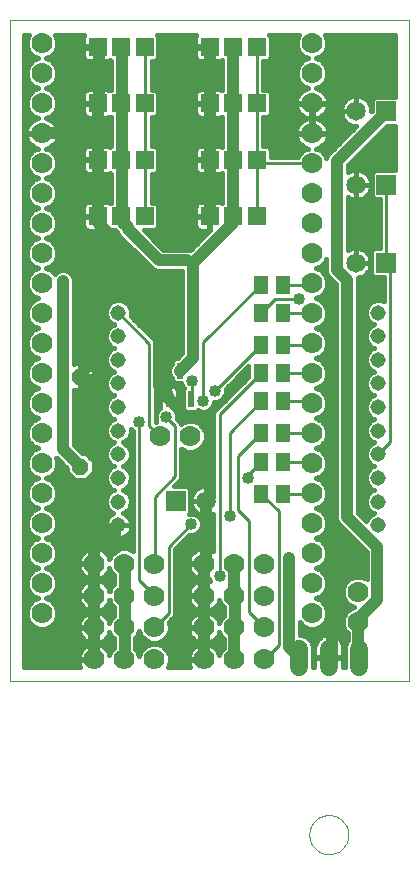
<source format=gtl>
G75*
G70*
%OFA0B0*%
%FSLAX24Y24*%
%IPPOS*%
%LPD*%
%AMOC8*
5,1,8,0,0,1.08239X$1,22.5*
%
%ADD10C,0.0000*%
%ADD11C,0.0700*%
%ADD12R,0.0220X0.0520*%
%ADD13OC8,0.0560*%
%ADD14R,0.0650X0.0650*%
%ADD15C,0.0650*%
%ADD16C,0.0515*%
%ADD17R,0.0594X0.0594*%
%ADD18R,0.0512X0.0591*%
%ADD19C,0.0600*%
%ADD20C,0.0400*%
%ADD21C,0.0400*%
%ADD22C,0.0160*%
%ADD23C,0.0100*%
D10*
X011637Y006859D02*
X011637Y028890D01*
X024952Y028890D01*
X024952Y006859D01*
X011637Y006859D01*
X021617Y001750D02*
X021619Y001800D01*
X021625Y001850D01*
X021635Y001900D01*
X021648Y001948D01*
X021665Y001996D01*
X021686Y002042D01*
X021710Y002086D01*
X021738Y002128D01*
X021769Y002168D01*
X021803Y002205D01*
X021840Y002240D01*
X021879Y002271D01*
X021920Y002300D01*
X021964Y002325D01*
X022010Y002347D01*
X022057Y002365D01*
X022105Y002379D01*
X022154Y002390D01*
X022204Y002397D01*
X022254Y002400D01*
X022305Y002399D01*
X022355Y002394D01*
X022405Y002385D01*
X022453Y002373D01*
X022501Y002356D01*
X022547Y002336D01*
X022592Y002313D01*
X022635Y002286D01*
X022675Y002256D01*
X022713Y002223D01*
X022748Y002187D01*
X022781Y002148D01*
X022810Y002107D01*
X022836Y002064D01*
X022859Y002019D01*
X022878Y001972D01*
X022893Y001924D01*
X022905Y001875D01*
X022913Y001825D01*
X022917Y001775D01*
X022917Y001725D01*
X022913Y001675D01*
X022905Y001625D01*
X022893Y001576D01*
X022878Y001528D01*
X022859Y001481D01*
X022836Y001436D01*
X022810Y001393D01*
X022781Y001352D01*
X022748Y001313D01*
X022713Y001277D01*
X022675Y001244D01*
X022635Y001214D01*
X022592Y001187D01*
X022547Y001164D01*
X022501Y001144D01*
X022453Y001127D01*
X022405Y001115D01*
X022355Y001106D01*
X022305Y001101D01*
X022254Y001100D01*
X022204Y001103D01*
X022154Y001110D01*
X022105Y001121D01*
X022057Y001135D01*
X022010Y001153D01*
X021964Y001175D01*
X021920Y001200D01*
X021879Y001229D01*
X021840Y001260D01*
X021803Y001295D01*
X021769Y001332D01*
X021738Y001372D01*
X021710Y001414D01*
X021686Y001458D01*
X021665Y001504D01*
X021648Y001552D01*
X021635Y001600D01*
X021625Y001650D01*
X021619Y001700D01*
X021617Y001750D01*
D11*
X020105Y007595D03*
X019105Y007595D03*
X018105Y007595D03*
X018105Y008658D03*
X019105Y008658D03*
X020105Y008658D03*
X020105Y009721D03*
X019105Y009721D03*
X018105Y009721D03*
X018105Y010784D03*
X019105Y010784D03*
X020105Y010784D03*
X021704Y011130D03*
X021704Y010130D03*
X023239Y009839D03*
X021704Y009130D03*
X023239Y008839D03*
X021704Y012130D03*
X021704Y013130D03*
X021704Y014130D03*
X021704Y015130D03*
X021704Y016130D03*
X021704Y017130D03*
X021704Y018130D03*
X021704Y019130D03*
X021704Y020130D03*
X021704Y021130D03*
X021704Y022130D03*
X021704Y023130D03*
X021704Y024130D03*
X021704Y025130D03*
X021704Y026130D03*
X021704Y027130D03*
X021704Y028130D03*
X012704Y028130D03*
X012704Y027130D03*
X012704Y026130D03*
X012704Y025130D03*
X012704Y024130D03*
X012704Y023130D03*
X012704Y022130D03*
X012704Y021130D03*
X012704Y020130D03*
X012704Y019130D03*
X012704Y018130D03*
X012704Y017130D03*
X012704Y016130D03*
X012704Y015130D03*
X012704Y014130D03*
X012704Y013130D03*
X012704Y012130D03*
X012704Y011130D03*
X012704Y010130D03*
X012704Y009130D03*
X014444Y008658D03*
X015444Y008658D03*
X016444Y008658D03*
X016444Y009721D03*
X015444Y009721D03*
X014444Y009721D03*
X014444Y010784D03*
X015444Y010784D03*
X016444Y010784D03*
X016444Y007595D03*
X015444Y007595D03*
X014444Y007595D03*
X016645Y015028D03*
X017645Y015028D03*
D12*
X017676Y016271D03*
X016936Y016271D03*
X017306Y017211D03*
D13*
X013987Y017020D03*
X013987Y014020D03*
D14*
X017160Y012882D03*
X024160Y020819D03*
X024180Y023418D03*
X024180Y025870D03*
D15*
X023180Y025870D03*
X023180Y023418D03*
X023160Y020819D03*
X018160Y012882D03*
D16*
X015251Y012855D03*
X015251Y013642D03*
X015251Y014430D03*
X015251Y015217D03*
X015251Y016004D03*
X015251Y016792D03*
X015251Y017579D03*
X015251Y018367D03*
X015251Y019154D03*
X023912Y019154D03*
X023912Y018367D03*
X023912Y017579D03*
X023912Y016792D03*
X023912Y016004D03*
X023912Y015217D03*
X023912Y014430D03*
X023912Y013642D03*
X023912Y012855D03*
X023912Y012067D03*
X015251Y012067D03*
D17*
X015341Y022359D03*
X014554Y022359D03*
X016129Y022359D03*
X018290Y022359D03*
X019078Y022359D03*
X019865Y022359D03*
X019865Y024241D03*
X019078Y024241D03*
X018290Y024241D03*
X016129Y024241D03*
X015341Y024241D03*
X014554Y024241D03*
X014554Y026122D03*
X015341Y026122D03*
X016129Y026122D03*
X018290Y026122D03*
X019078Y026122D03*
X019865Y026122D03*
X019865Y028004D03*
X019078Y028004D03*
X018290Y028004D03*
X016129Y028004D03*
X015341Y028004D03*
X014554Y028004D03*
D18*
X020003Y020087D03*
X020751Y020087D03*
X020751Y019142D03*
X020003Y019142D03*
X020003Y018079D03*
X020751Y018079D03*
X020751Y017134D03*
X020003Y017134D03*
X020003Y016189D03*
X020751Y016189D03*
X020751Y015126D03*
X020003Y015126D03*
X020003Y014181D03*
X020751Y014181D03*
X020751Y013119D03*
X020003Y013119D03*
D19*
X021267Y007950D02*
X021267Y007350D01*
X022267Y007350D02*
X022267Y007950D01*
X023267Y007950D02*
X023267Y007350D01*
D20*
X023267Y007650D02*
X023251Y007666D01*
X023251Y008827D01*
X023239Y008839D01*
X023330Y009024D01*
X023881Y009575D01*
X023881Y011327D01*
X022877Y012331D01*
X022877Y020244D01*
X022542Y020579D01*
X022542Y024221D01*
X024176Y025855D01*
X024180Y025870D01*
X019078Y026122D02*
X019078Y024241D01*
X019078Y022359D01*
X019078Y022154D01*
X017739Y020815D01*
X017542Y020894D01*
X016597Y020894D01*
X015554Y021937D01*
X015554Y021996D01*
X015397Y022154D01*
X015341Y022359D01*
X015357Y022370D01*
X015357Y024044D01*
X015341Y024241D01*
X015357Y024241D01*
X015357Y026111D01*
X015341Y026122D01*
X015377Y026327D01*
X015377Y027981D01*
X015357Y028000D01*
X015341Y028004D01*
X014589Y027981D02*
X014589Y026327D01*
X014554Y026122D01*
X014570Y026111D01*
X014570Y025146D01*
X012719Y025146D01*
X012704Y025130D01*
X014570Y025146D02*
X014570Y024437D01*
X014554Y024241D01*
X014570Y024241D01*
X014570Y022370D01*
X014554Y022359D01*
X014609Y022154D01*
X014609Y022095D01*
X016007Y020697D01*
X014708Y019398D01*
X014708Y017843D01*
X014078Y017213D01*
X013987Y017020D01*
X013999Y017016D01*
X014708Y016307D01*
X014708Y011800D01*
X014845Y011662D01*
X015251Y012067D01*
X014845Y011662D02*
X014452Y011268D01*
X014452Y010796D01*
X014444Y010784D01*
X014432Y010579D01*
X014432Y009733D01*
X014444Y009721D01*
X014452Y009536D01*
X014452Y008847D01*
X014444Y008658D01*
X014452Y008650D01*
X014452Y007607D01*
X014444Y007595D01*
X015444Y007595D02*
X015456Y007607D01*
X015456Y008650D01*
X015444Y008658D01*
X015475Y008867D01*
X015475Y009693D01*
X015456Y009713D01*
X015444Y009721D01*
X015475Y009930D01*
X015475Y010756D01*
X015456Y010776D01*
X015444Y010784D01*
X018105Y010784D02*
X018172Y010973D01*
X018172Y012685D01*
X018160Y012882D01*
X018172Y012882D01*
X018290Y013000D01*
X018290Y015678D01*
X017503Y015678D01*
X017306Y015874D01*
X017306Y015894D01*
X017286Y015914D01*
X017286Y015933D01*
X016952Y016268D01*
X016936Y016271D01*
X016873Y016465D01*
X016617Y016721D01*
X016617Y020087D01*
X016007Y020697D01*
X017739Y020815D02*
X017739Y017646D01*
X017306Y017213D01*
X017306Y017211D01*
X013979Y014024D02*
X013408Y014595D01*
X013408Y020205D01*
X018290Y022359D02*
X018290Y024241D01*
X018290Y026122D01*
X018290Y028004D01*
X019078Y028004D02*
X019078Y026122D01*
X014589Y027981D02*
X014570Y028000D01*
X014554Y028004D01*
X022385Y020048D02*
X022385Y007784D01*
X022267Y007666D01*
X022267Y007650D01*
X021267Y007650D02*
X021263Y007666D01*
X020928Y008000D01*
X020928Y010973D01*
X019117Y010776D02*
X019117Y009949D01*
X019137Y009930D01*
X019105Y009721D01*
X019117Y009713D01*
X019137Y009693D01*
X019137Y008867D01*
X019105Y008658D01*
X019117Y008650D01*
X019117Y007607D01*
X019105Y007595D01*
X018113Y007607D02*
X018105Y007595D01*
X018113Y007607D02*
X018113Y008650D01*
X018105Y008658D01*
X018113Y008847D01*
X018113Y009713D01*
X018105Y009721D01*
X018113Y009910D01*
X018113Y010776D01*
X018105Y010784D01*
X019105Y010784D02*
X019117Y010776D01*
X013987Y014020D02*
X013979Y014024D01*
D21*
X015948Y015500D03*
X016853Y015658D03*
X018074Y016209D03*
X018467Y016544D03*
X017700Y016878D03*
X021282Y019615D03*
X022385Y020048D03*
X019570Y013650D03*
X018960Y012370D03*
X017680Y012095D03*
X018625Y010363D03*
X020928Y010973D03*
X013408Y020205D03*
D22*
X013743Y020337D02*
X017379Y020337D01*
X017379Y020179D02*
X013768Y020179D01*
X013768Y020277D02*
X013714Y020409D01*
X013612Y020510D01*
X013480Y020565D01*
X013337Y020565D01*
X013204Y020510D01*
X013125Y020431D01*
X012993Y020563D01*
X012829Y020630D01*
X012993Y020698D01*
X013136Y020841D01*
X013214Y021029D01*
X013214Y021232D01*
X013136Y021419D01*
X012993Y021563D01*
X012829Y021630D01*
X012993Y021698D01*
X013136Y021841D01*
X013214Y022029D01*
X013214Y022232D01*
X013136Y022419D01*
X012993Y022563D01*
X012829Y022630D01*
X012993Y022698D01*
X013136Y022841D01*
X013214Y023029D01*
X013214Y023232D01*
X013136Y023419D01*
X012993Y023563D01*
X012829Y023630D01*
X012993Y023698D01*
X013136Y023841D01*
X013214Y024029D01*
X013214Y024232D01*
X013136Y024419D01*
X012993Y024563D01*
X012851Y024621D01*
X012907Y024639D01*
X012981Y024677D01*
X013049Y024726D01*
X013108Y024785D01*
X013157Y024853D01*
X013195Y024927D01*
X013221Y025006D01*
X013234Y025089D01*
X013234Y025112D01*
X012722Y025112D01*
X012722Y025149D01*
X013234Y025149D01*
X013234Y025172D01*
X013221Y025254D01*
X013195Y025334D01*
X013157Y025408D01*
X013108Y025476D01*
X013049Y025535D01*
X012981Y025584D01*
X012907Y025621D01*
X012851Y025640D01*
X012993Y025698D01*
X013136Y025841D01*
X013214Y026029D01*
X013214Y026232D01*
X013136Y026419D01*
X012993Y026563D01*
X012829Y026630D01*
X012993Y026698D01*
X013136Y026841D01*
X013214Y027029D01*
X013214Y027232D01*
X013136Y027419D01*
X012993Y027563D01*
X012829Y027630D01*
X012993Y027698D01*
X013136Y027841D01*
X013214Y028029D01*
X013214Y028232D01*
X013140Y028410D01*
X014112Y028410D01*
X014089Y028371D01*
X014077Y028325D01*
X014077Y028023D01*
X014536Y028023D01*
X014536Y027986D01*
X014572Y027986D01*
X014572Y027527D01*
X014875Y027527D01*
X014920Y027540D01*
X014961Y027563D01*
X014962Y027564D01*
X014978Y027547D01*
X015017Y027547D01*
X015017Y026579D01*
X014978Y026579D01*
X014962Y026563D01*
X014961Y026563D01*
X014920Y026587D01*
X014875Y026599D01*
X014572Y026599D01*
X014572Y026141D01*
X014536Y026141D01*
X014536Y026599D01*
X014233Y026599D01*
X014188Y026587D01*
X014147Y026563D01*
X014113Y026530D01*
X014089Y026489D01*
X014077Y026443D01*
X014077Y026141D01*
X014536Y026141D01*
X014536Y026104D01*
X014572Y026104D01*
X014572Y025646D01*
X014875Y025646D01*
X014920Y025658D01*
X014961Y025682D01*
X014962Y025682D01*
X014978Y025666D01*
X014997Y025666D01*
X014997Y024697D01*
X014978Y024697D01*
X014962Y024681D01*
X014961Y024681D01*
X014920Y024705D01*
X014875Y024717D01*
X014572Y024717D01*
X014572Y024259D01*
X014536Y024259D01*
X014536Y024717D01*
X014233Y024717D01*
X014188Y024705D01*
X014147Y024681D01*
X014113Y024648D01*
X014089Y024607D01*
X014077Y024561D01*
X014077Y024259D01*
X014536Y024259D01*
X014536Y024222D01*
X014572Y024222D01*
X014572Y023764D01*
X014875Y023764D01*
X014920Y023776D01*
X014961Y023800D01*
X014962Y023800D01*
X014978Y023784D01*
X014997Y023784D01*
X014997Y022816D01*
X014978Y022816D01*
X014962Y022799D01*
X014961Y022800D01*
X014920Y022823D01*
X014875Y022836D01*
X014572Y022836D01*
X014572Y022377D01*
X014536Y022377D01*
X014536Y022836D01*
X014233Y022836D01*
X014188Y022823D01*
X014147Y022800D01*
X014113Y022766D01*
X014089Y022725D01*
X014077Y022679D01*
X014077Y022377D01*
X014536Y022377D01*
X014536Y022340D01*
X014572Y022340D01*
X014572Y021882D01*
X014875Y021882D01*
X014920Y021894D01*
X014961Y021918D01*
X014962Y021918D01*
X014978Y021902D01*
X015136Y021902D01*
X015155Y021878D01*
X015176Y021866D01*
X015207Y021834D01*
X015249Y021733D01*
X016292Y020690D01*
X016393Y020589D01*
X016526Y020534D01*
X017379Y020534D01*
X017379Y017795D01*
X017214Y017631D01*
X017130Y017631D01*
X017036Y017537D01*
X017036Y017452D01*
X017001Y017417D01*
X016946Y017285D01*
X016946Y017139D01*
X017001Y017007D01*
X017036Y016971D01*
X017036Y016884D01*
X017130Y016791D01*
X017346Y016791D01*
X017394Y016674D01*
X017439Y016630D01*
X017406Y016597D01*
X017406Y015944D01*
X017500Y015851D01*
X017852Y015851D01*
X017895Y015893D01*
X018002Y015849D01*
X018145Y015849D01*
X018278Y015904D01*
X018379Y016005D01*
X018434Y016137D01*
X018434Y016184D01*
X018539Y016184D01*
X018671Y016239D01*
X018773Y016340D01*
X018827Y016472D01*
X018827Y016607D01*
X019587Y017366D01*
X019587Y017015D01*
X018538Y015966D01*
X018415Y015843D01*
X018415Y013319D01*
X018354Y013350D01*
X018279Y013375D01*
X018200Y013387D01*
X018160Y013387D01*
X018121Y013387D01*
X018042Y013375D01*
X017966Y013350D01*
X017896Y013314D01*
X017831Y013267D01*
X017775Y013211D01*
X017728Y013147D01*
X017692Y013076D01*
X017668Y013001D01*
X017655Y012922D01*
X017655Y012882D01*
X017655Y012843D01*
X017668Y012764D01*
X017692Y012688D01*
X017728Y012618D01*
X017775Y012553D01*
X017831Y012497D01*
X017896Y012450D01*
X017966Y012414D01*
X018042Y012390D01*
X018121Y012377D01*
X018160Y012377D01*
X018160Y012882D01*
X017655Y012882D01*
X018160Y012882D01*
X018160Y012882D01*
X018160Y012882D01*
X018160Y012377D01*
X018200Y012377D01*
X018279Y012390D01*
X018354Y012414D01*
X018415Y012445D01*
X018415Y011214D01*
X018383Y011237D01*
X018309Y011275D01*
X018229Y011301D01*
X018147Y011314D01*
X018124Y011314D01*
X018124Y010802D01*
X018087Y010802D01*
X018087Y010765D01*
X018124Y010765D01*
X018124Y010254D01*
X018147Y010254D01*
X018229Y010267D01*
X018269Y010280D01*
X018296Y010216D01*
X018229Y010238D01*
X018147Y010251D01*
X018124Y010251D01*
X018124Y009739D01*
X018087Y009739D01*
X018087Y009702D01*
X018124Y009702D01*
X018124Y009191D01*
X018147Y009191D01*
X018229Y009204D01*
X018309Y009230D01*
X018383Y009268D01*
X018450Y009317D01*
X018509Y009376D01*
X018558Y009443D01*
X018596Y009517D01*
X018614Y009573D01*
X018673Y009432D01*
X018777Y009328D01*
X018777Y009051D01*
X018673Y008947D01*
X018614Y008806D01*
X018596Y008861D01*
X018558Y008936D01*
X018509Y009003D01*
X018450Y009062D01*
X018383Y009111D01*
X018309Y009149D01*
X018229Y009175D01*
X018147Y009188D01*
X018124Y009188D01*
X018124Y008676D01*
X018087Y008676D01*
X018087Y008639D01*
X018124Y008639D01*
X018124Y008128D01*
X018147Y008128D01*
X018229Y008141D01*
X018309Y008167D01*
X018383Y008205D01*
X018450Y008254D01*
X018509Y008313D01*
X018558Y008380D01*
X018596Y008454D01*
X018614Y008510D01*
X018673Y008369D01*
X018757Y008285D01*
X018757Y007968D01*
X018673Y007884D01*
X018614Y007743D01*
X018596Y007798D01*
X018558Y007873D01*
X018509Y007940D01*
X018450Y007999D01*
X018383Y008048D01*
X018309Y008086D01*
X018229Y008112D01*
X018147Y008125D01*
X018124Y008125D01*
X018124Y007613D01*
X018087Y007613D01*
X018087Y007576D01*
X017575Y007576D01*
X017575Y007553D01*
X017588Y007471D01*
X017614Y007391D01*
X017641Y007339D01*
X016890Y007339D01*
X016954Y007493D01*
X016954Y007696D01*
X016876Y007884D01*
X016733Y008027D01*
X016545Y008105D01*
X016342Y008105D01*
X016155Y008027D01*
X016011Y007884D01*
X015944Y007720D01*
X015876Y007884D01*
X015816Y007944D01*
X015816Y008308D01*
X015876Y008369D01*
X015944Y008532D01*
X016011Y008369D01*
X016155Y008226D01*
X016342Y008148D01*
X016545Y008148D01*
X016733Y008226D01*
X016876Y008369D01*
X016954Y008556D01*
X016954Y008759D01*
X016922Y008835D01*
X017142Y009055D01*
X017142Y011260D01*
X017617Y011735D01*
X017752Y011735D01*
X017884Y011790D01*
X017985Y011891D01*
X018040Y012023D01*
X018040Y012166D01*
X017985Y012299D01*
X017884Y012400D01*
X017752Y012455D01*
X017609Y012455D01*
X017645Y012491D01*
X017645Y013274D01*
X017552Y013367D01*
X017104Y013367D01*
X017339Y013602D01*
X017339Y014612D01*
X017356Y014596D01*
X017543Y014518D01*
X017746Y014518D01*
X017933Y014596D01*
X018077Y014739D01*
X018155Y014927D01*
X018155Y015129D01*
X018077Y015317D01*
X017933Y015460D01*
X017746Y015538D01*
X017543Y015538D01*
X017356Y015460D01*
X017339Y015443D01*
X017339Y015469D01*
X017216Y015592D01*
X017213Y015595D01*
X017213Y015729D01*
X017158Y015862D01*
X017155Y015865D01*
X017157Y015867D01*
X017190Y015900D01*
X017214Y015941D01*
X017226Y015987D01*
X017226Y016271D01*
X017226Y016554D01*
X017214Y016600D01*
X017190Y016641D01*
X017157Y016675D01*
X017115Y016698D01*
X017070Y016711D01*
X016936Y016711D01*
X016802Y016711D01*
X016757Y016698D01*
X016715Y016675D01*
X016682Y016641D01*
X016658Y016600D01*
X016646Y016554D01*
X016646Y016271D01*
X016936Y016271D01*
X016936Y016711D01*
X016936Y016271D01*
X016936Y016271D01*
X016936Y016271D01*
X017226Y016271D01*
X016936Y016271D01*
X016936Y016271D01*
X016646Y016271D01*
X016646Y015987D01*
X016652Y015964D01*
X016649Y015963D01*
X016548Y015862D01*
X016493Y015729D01*
X016493Y015586D01*
X016518Y015527D01*
X016492Y015517D01*
X016492Y018205D01*
X015656Y019042D01*
X015668Y019071D01*
X015668Y019237D01*
X015605Y019390D01*
X015487Y019508D01*
X015334Y019571D01*
X015168Y019571D01*
X015014Y019508D01*
X014897Y019390D01*
X014833Y019237D01*
X014833Y019071D01*
X014897Y018917D01*
X015014Y018800D01*
X015110Y018760D01*
X015014Y018720D01*
X014897Y018603D01*
X014833Y018450D01*
X014833Y018283D01*
X014897Y018130D01*
X015014Y018013D01*
X015110Y017973D01*
X015014Y017933D01*
X014897Y017816D01*
X014833Y017662D01*
X014833Y017496D01*
X014897Y017343D01*
X015014Y017225D01*
X015110Y017185D01*
X015014Y017146D01*
X014897Y017028D01*
X014833Y016875D01*
X014833Y016709D01*
X014897Y016555D01*
X015014Y016438D01*
X015110Y016398D01*
X015014Y016358D01*
X014897Y016241D01*
X014833Y016087D01*
X014833Y015921D01*
X014897Y015768D01*
X015014Y015650D01*
X015110Y015611D01*
X015014Y015571D01*
X014897Y015453D01*
X014833Y015300D01*
X014833Y015134D01*
X014897Y014980D01*
X015014Y014863D01*
X015110Y014823D01*
X015014Y014783D01*
X014897Y014666D01*
X014833Y014513D01*
X014833Y014346D01*
X014897Y014193D01*
X015014Y014076D01*
X015110Y014036D01*
X015014Y013996D01*
X014897Y013879D01*
X014833Y013725D01*
X014833Y013559D01*
X014897Y013406D01*
X015014Y013288D01*
X015110Y013248D01*
X015014Y013209D01*
X014897Y013091D01*
X014833Y012938D01*
X014833Y012772D01*
X014897Y012618D01*
X015014Y012501D01*
X015083Y012473D01*
X015022Y012441D01*
X014966Y012401D01*
X014917Y012352D01*
X014877Y012297D01*
X014845Y012235D01*
X014824Y012170D01*
X014813Y012102D01*
X014813Y012067D01*
X014813Y012033D01*
X014824Y011965D01*
X014845Y011899D01*
X014877Y011838D01*
X014917Y011782D01*
X014966Y011734D01*
X015022Y011693D01*
X015083Y011662D01*
X015148Y011641D01*
X015216Y011630D01*
X015251Y011630D01*
X015285Y011630D01*
X015353Y011641D01*
X015419Y011662D01*
X015480Y011693D01*
X015536Y011734D01*
X015585Y011782D01*
X015625Y011838D01*
X015656Y011899D01*
X015678Y011965D01*
X015688Y012033D01*
X015688Y012067D01*
X015251Y012067D01*
X015251Y011630D01*
X015251Y012067D01*
X015251Y012067D01*
X015251Y012067D01*
X014813Y012067D01*
X015251Y012067D01*
X015251Y012067D01*
X015688Y012067D01*
X015688Y012102D01*
X015678Y012170D01*
X015656Y012235D01*
X015625Y012297D01*
X015585Y012352D01*
X015536Y012401D01*
X015480Y012441D01*
X015419Y012473D01*
X015487Y012501D01*
X015605Y012618D01*
X015668Y012772D01*
X015668Y012938D01*
X015605Y013091D01*
X015487Y013209D01*
X015391Y013248D01*
X015487Y013288D01*
X015605Y013406D01*
X015668Y013559D01*
X015668Y013725D01*
X015605Y013879D01*
X015487Y013996D01*
X015391Y014036D01*
X015487Y014076D01*
X015605Y014193D01*
X015668Y014346D01*
X015668Y014513D01*
X015605Y014666D01*
X015487Y014783D01*
X015391Y014823D01*
X015487Y014863D01*
X015605Y014980D01*
X015668Y015134D01*
X015668Y015271D01*
X015738Y015201D01*
X015738Y011211D01*
X015733Y011216D01*
X015545Y011294D01*
X015342Y011294D01*
X015155Y011216D01*
X015011Y011073D01*
X014953Y010932D01*
X014935Y010987D01*
X014897Y011062D01*
X014848Y011129D01*
X014789Y011188D01*
X014722Y011237D01*
X014647Y011275D01*
X014568Y011301D01*
X014485Y011314D01*
X014462Y011314D01*
X014462Y010802D01*
X014425Y010802D01*
X014425Y010765D01*
X014462Y010765D01*
X014462Y010254D01*
X014485Y010254D01*
X014568Y010267D01*
X014647Y010293D01*
X014722Y010331D01*
X014789Y010380D01*
X014848Y010439D01*
X014897Y010506D01*
X014935Y010580D01*
X014953Y010636D01*
X015011Y010495D01*
X015115Y010391D01*
X015115Y010114D01*
X015011Y010010D01*
X014953Y009869D01*
X014935Y009924D01*
X014897Y009999D01*
X014848Y010066D01*
X014789Y010125D01*
X014722Y010174D01*
X014647Y010212D01*
X014568Y010238D01*
X014485Y010251D01*
X014462Y010251D01*
X014462Y009739D01*
X014425Y009739D01*
X014425Y009702D01*
X014462Y009702D01*
X014462Y009191D01*
X014485Y009191D01*
X014568Y009204D01*
X014647Y009230D01*
X014722Y009268D01*
X014789Y009317D01*
X014848Y009376D01*
X014897Y009443D01*
X014935Y009517D01*
X014953Y009573D01*
X015011Y009432D01*
X015115Y009328D01*
X015115Y009051D01*
X015011Y008947D01*
X014953Y008806D01*
X014935Y008861D01*
X014897Y008936D01*
X014848Y009003D01*
X014789Y009062D01*
X014722Y009111D01*
X014647Y009149D01*
X014568Y009175D01*
X014485Y009188D01*
X014462Y009188D01*
X014462Y008676D01*
X014425Y008676D01*
X014425Y008639D01*
X014462Y008639D01*
X014462Y008128D01*
X014485Y008128D01*
X014568Y008141D01*
X014647Y008167D01*
X014722Y008205D01*
X014789Y008254D01*
X014848Y008313D01*
X014897Y008380D01*
X014935Y008454D01*
X014953Y008510D01*
X015011Y008369D01*
X015096Y008285D01*
X015096Y007968D01*
X015011Y007884D01*
X014953Y007743D01*
X014935Y007798D01*
X014897Y007873D01*
X014848Y007940D01*
X014789Y007999D01*
X014722Y008048D01*
X014647Y008086D01*
X014568Y008112D01*
X014485Y008125D01*
X014462Y008125D01*
X014462Y007613D01*
X014425Y007613D01*
X014425Y007576D01*
X013914Y007576D01*
X013914Y007553D01*
X013927Y007471D01*
X013953Y007391D01*
X013979Y007339D01*
X012117Y007339D01*
X012117Y028410D01*
X012268Y028410D01*
X012194Y028232D01*
X012194Y028029D01*
X012271Y027841D01*
X012415Y027698D01*
X012578Y027630D01*
X012415Y027563D01*
X012271Y027419D01*
X012194Y027232D01*
X012194Y027029D01*
X012271Y026841D01*
X012415Y026698D01*
X012578Y026630D01*
X012415Y026563D01*
X012271Y026419D01*
X012194Y026232D01*
X012194Y026029D01*
X012271Y025841D01*
X012415Y025698D01*
X012556Y025640D01*
X012500Y025621D01*
X012426Y025584D01*
X012358Y025535D01*
X012299Y025476D01*
X012250Y025408D01*
X012212Y025334D01*
X012187Y025254D01*
X012174Y025172D01*
X012174Y025149D01*
X012685Y025149D01*
X012685Y025112D01*
X012174Y025112D01*
X012174Y025089D01*
X012187Y025006D01*
X012212Y024927D01*
X012250Y024853D01*
X012299Y024785D01*
X012358Y024726D01*
X012426Y024677D01*
X012500Y024639D01*
X012556Y024621D01*
X012415Y024563D01*
X012271Y024419D01*
X012194Y024232D01*
X012194Y024029D01*
X012271Y023841D01*
X012415Y023698D01*
X012578Y023630D01*
X012415Y023563D01*
X012271Y023419D01*
X012194Y023232D01*
X012194Y023029D01*
X012271Y022841D01*
X012415Y022698D01*
X012578Y022630D01*
X012415Y022563D01*
X012271Y022419D01*
X012194Y022232D01*
X012194Y022029D01*
X012271Y021841D01*
X012415Y021698D01*
X012578Y021630D01*
X012415Y021563D01*
X012271Y021419D01*
X012194Y021232D01*
X012194Y021029D01*
X012271Y020841D01*
X012415Y020698D01*
X012578Y020630D01*
X012415Y020563D01*
X012271Y020419D01*
X012194Y020232D01*
X012194Y020029D01*
X012271Y019841D01*
X012415Y019698D01*
X012578Y019630D01*
X012415Y019563D01*
X012271Y019419D01*
X012194Y019232D01*
X012194Y019029D01*
X012271Y018841D01*
X012415Y018698D01*
X012578Y018630D01*
X012415Y018563D01*
X012271Y018419D01*
X012194Y018232D01*
X012194Y018029D01*
X012271Y017841D01*
X012415Y017698D01*
X012578Y017630D01*
X012415Y017563D01*
X012271Y017419D01*
X012194Y017232D01*
X012194Y017029D01*
X012271Y016841D01*
X012415Y016698D01*
X012578Y016630D01*
X012415Y016563D01*
X012271Y016419D01*
X012194Y016232D01*
X012194Y016029D01*
X012271Y015841D01*
X012415Y015698D01*
X012578Y015630D01*
X012415Y015563D01*
X012271Y015419D01*
X012194Y015232D01*
X012194Y015029D01*
X012271Y014841D01*
X012415Y014698D01*
X012578Y014630D01*
X012415Y014563D01*
X012271Y014419D01*
X012194Y014232D01*
X012194Y014029D01*
X012271Y013841D01*
X012415Y013698D01*
X012578Y013630D01*
X012415Y013563D01*
X012271Y013419D01*
X012194Y013232D01*
X012194Y013029D01*
X012271Y012841D01*
X012415Y012698D01*
X012578Y012630D01*
X012415Y012563D01*
X012271Y012419D01*
X012194Y012232D01*
X012194Y012029D01*
X012271Y011841D01*
X012415Y011698D01*
X012578Y011630D01*
X012415Y011563D01*
X012271Y011419D01*
X012194Y011232D01*
X012194Y011029D01*
X012271Y010841D01*
X012415Y010698D01*
X012578Y010630D01*
X012415Y010563D01*
X012271Y010419D01*
X012194Y010232D01*
X012194Y010029D01*
X012271Y009841D01*
X012415Y009698D01*
X012578Y009630D01*
X012415Y009563D01*
X012271Y009419D01*
X012194Y009232D01*
X012194Y009029D01*
X012271Y008841D01*
X012415Y008698D01*
X012602Y008620D01*
X012805Y008620D01*
X012993Y008698D01*
X013136Y008841D01*
X013214Y009029D01*
X013214Y009232D01*
X013136Y009419D01*
X012993Y009563D01*
X012829Y009630D01*
X012993Y009698D01*
X013136Y009841D01*
X013214Y010029D01*
X013214Y010232D01*
X013136Y010419D01*
X012993Y010563D01*
X012829Y010630D01*
X012993Y010698D01*
X013136Y010841D01*
X013214Y011029D01*
X013214Y011232D01*
X013136Y011419D01*
X012993Y011563D01*
X012829Y011630D01*
X012993Y011698D01*
X013136Y011841D01*
X013214Y012029D01*
X013214Y012232D01*
X013136Y012419D01*
X012993Y012563D01*
X012829Y012630D01*
X012993Y012698D01*
X013136Y012841D01*
X013214Y013029D01*
X013214Y013232D01*
X013136Y013419D01*
X012993Y013563D01*
X012829Y013630D01*
X012993Y013698D01*
X013136Y013841D01*
X013214Y014029D01*
X013214Y014232D01*
X013179Y014315D01*
X013204Y014290D01*
X013547Y013947D01*
X013547Y013838D01*
X013805Y013580D01*
X014169Y013580D01*
X014427Y013838D01*
X014427Y014202D01*
X014169Y014460D01*
X014052Y014460D01*
X013768Y014744D01*
X013768Y016588D01*
X013797Y016560D01*
X013977Y016560D01*
X013977Y017010D01*
X013997Y017010D01*
X013997Y016560D01*
X014178Y016560D01*
X014447Y016830D01*
X014447Y017010D01*
X013997Y017010D01*
X013997Y017030D01*
X013977Y017030D01*
X013977Y017480D01*
X013797Y017480D01*
X013768Y017452D01*
X013768Y020277D01*
X013768Y020020D02*
X017379Y020020D01*
X017379Y019862D02*
X013768Y019862D01*
X013768Y019703D02*
X017379Y019703D01*
X017379Y019545D02*
X015398Y019545D01*
X015606Y019386D02*
X017379Y019386D01*
X017379Y019228D02*
X015668Y019228D01*
X015668Y019069D02*
X017379Y019069D01*
X017379Y018911D02*
X015787Y018911D01*
X015946Y018752D02*
X017379Y018752D01*
X017379Y018594D02*
X016104Y018594D01*
X016263Y018435D02*
X017379Y018435D01*
X017379Y018277D02*
X016421Y018277D01*
X016492Y018118D02*
X017379Y018118D01*
X017379Y017960D02*
X016492Y017960D01*
X016492Y017801D02*
X017379Y017801D01*
X017227Y017643D02*
X016492Y017643D01*
X016492Y017484D02*
X017036Y017484D01*
X016963Y017326D02*
X016492Y017326D01*
X016492Y017167D02*
X016946Y017167D01*
X017000Y017009D02*
X016492Y017009D01*
X016492Y016850D02*
X017070Y016850D01*
X017127Y016692D02*
X017387Y016692D01*
X017406Y016533D02*
X017226Y016533D01*
X017226Y016375D02*
X017406Y016375D01*
X017406Y016216D02*
X017226Y016216D01*
X017226Y016058D02*
X017406Y016058D01*
X017451Y015899D02*
X017189Y015899D01*
X017209Y015741D02*
X018415Y015741D01*
X018415Y015582D02*
X017226Y015582D01*
X017970Y015424D02*
X018415Y015424D01*
X018415Y015265D02*
X018098Y015265D01*
X018155Y015107D02*
X018415Y015107D01*
X018415Y014948D02*
X018155Y014948D01*
X018098Y014790D02*
X018415Y014790D01*
X018415Y014631D02*
X017969Y014631D01*
X018415Y014473D02*
X017339Y014473D01*
X017339Y014314D02*
X018415Y014314D01*
X018415Y014156D02*
X017339Y014156D01*
X017339Y013997D02*
X018415Y013997D01*
X018415Y013839D02*
X017339Y013839D01*
X017339Y013680D02*
X018415Y013680D01*
X018415Y013522D02*
X017258Y013522D01*
X017556Y013363D02*
X018006Y013363D01*
X018160Y013363D02*
X018160Y013363D01*
X018160Y013387D02*
X018160Y012882D01*
X018160Y012882D01*
X018415Y012882D01*
X018415Y012882D01*
X018160Y012882D01*
X018160Y012882D01*
X018160Y013387D01*
X018314Y013363D02*
X018415Y013363D01*
X018160Y013205D02*
X018160Y013205D01*
X018160Y013046D02*
X018160Y013046D01*
X018160Y012888D02*
X018160Y012888D01*
X018160Y012729D02*
X018160Y012729D01*
X018160Y012571D02*
X018160Y012571D01*
X018160Y012412D02*
X018160Y012412D01*
X017973Y012412D02*
X017854Y012412D01*
X017762Y012571D02*
X017645Y012571D01*
X017645Y012729D02*
X017679Y012729D01*
X017655Y012888D02*
X017645Y012888D01*
X017645Y013046D02*
X017683Y013046D01*
X017645Y013205D02*
X017770Y013205D01*
X018004Y012254D02*
X018415Y012254D01*
X018415Y012412D02*
X018348Y012412D01*
X018415Y012095D02*
X018040Y012095D01*
X018004Y011937D02*
X018415Y011937D01*
X018415Y011778D02*
X017856Y011778D01*
X017502Y011620D02*
X018415Y011620D01*
X018415Y011461D02*
X017343Y011461D01*
X017185Y011303D02*
X017994Y011303D01*
X017981Y011301D02*
X018063Y011314D01*
X018087Y011314D01*
X018087Y010802D01*
X017575Y010802D01*
X017575Y010826D01*
X017588Y010908D01*
X017614Y010987D01*
X017652Y011062D01*
X017701Y011129D01*
X017760Y011188D01*
X017827Y011237D01*
X017902Y011275D01*
X017981Y011301D01*
X018087Y011303D02*
X018124Y011303D01*
X018217Y011303D02*
X018415Y011303D01*
X018124Y011144D02*
X018087Y011144D01*
X018087Y010986D02*
X018124Y010986D01*
X018124Y010827D02*
X018087Y010827D01*
X018087Y010765D02*
X017575Y010765D01*
X017575Y010742D01*
X017588Y010660D01*
X017614Y010580D01*
X017652Y010506D01*
X017701Y010439D01*
X017760Y010380D01*
X017827Y010331D01*
X017902Y010293D01*
X017981Y010267D01*
X018063Y010254D01*
X018087Y010254D01*
X018087Y010765D01*
X018087Y010669D02*
X018124Y010669D01*
X018124Y010510D02*
X018087Y010510D01*
X018087Y010352D02*
X018124Y010352D01*
X018087Y010251D02*
X018063Y010251D01*
X017981Y010238D01*
X017902Y010212D01*
X017827Y010174D01*
X017760Y010125D01*
X017701Y010066D01*
X017652Y009999D01*
X017614Y009924D01*
X017588Y009845D01*
X017575Y009763D01*
X017575Y009739D01*
X018087Y009739D01*
X018087Y010251D01*
X018087Y010193D02*
X018124Y010193D01*
X018124Y010035D02*
X018087Y010035D01*
X018087Y009876D02*
X018124Y009876D01*
X018087Y009718D02*
X017142Y009718D01*
X017142Y009876D02*
X017598Y009876D01*
X017575Y009702D02*
X017575Y009679D01*
X017588Y009597D01*
X017614Y009517D01*
X017652Y009443D01*
X017701Y009376D01*
X017760Y009317D01*
X017827Y009268D01*
X017902Y009230D01*
X017981Y009204D01*
X018063Y009191D01*
X018087Y009191D01*
X018087Y009702D01*
X017575Y009702D01*
X017600Y009559D02*
X017142Y009559D01*
X017142Y009401D02*
X017683Y009401D01*
X017877Y009242D02*
X017142Y009242D01*
X017142Y009084D02*
X017790Y009084D01*
X017760Y009062D02*
X017701Y009003D01*
X017652Y008936D01*
X017614Y008861D01*
X017588Y008782D01*
X017575Y008700D01*
X017575Y008676D01*
X018087Y008676D01*
X018087Y009188D01*
X018063Y009188D01*
X017981Y009175D01*
X017902Y009149D01*
X017827Y009111D01*
X017760Y009062D01*
X017647Y008925D02*
X017012Y008925D01*
X016951Y008767D02*
X017586Y008767D01*
X017575Y008639D02*
X017575Y008616D01*
X017588Y008534D01*
X017614Y008454D01*
X017652Y008380D01*
X017701Y008313D01*
X017760Y008254D01*
X017827Y008205D01*
X017902Y008167D01*
X017981Y008141D01*
X018063Y008128D01*
X018087Y008128D01*
X018087Y008639D01*
X017575Y008639D01*
X017576Y008608D02*
X016954Y008608D01*
X016910Y008450D02*
X017616Y008450D01*
X017722Y008291D02*
X016798Y008291D01*
X016786Y007974D02*
X017735Y007974D01*
X017760Y007999D02*
X017701Y007940D01*
X017652Y007873D01*
X017614Y007798D01*
X017588Y007719D01*
X017575Y007637D01*
X017575Y007613D01*
X018087Y007613D01*
X018087Y008125D01*
X018063Y008125D01*
X017981Y008112D01*
X017902Y008086D01*
X017827Y008048D01*
X017760Y007999D01*
X017623Y007816D02*
X016904Y007816D01*
X016954Y007657D02*
X017578Y007657D01*
X017584Y007499D02*
X016954Y007499D01*
X016890Y007340D02*
X017640Y007340D01*
X018087Y007657D02*
X018124Y007657D01*
X018124Y007816D02*
X018087Y007816D01*
X018087Y007974D02*
X018124Y007974D01*
X018124Y008133D02*
X018087Y008133D01*
X018032Y008133D02*
X015816Y008133D01*
X015816Y008291D02*
X016089Y008291D01*
X015978Y008450D02*
X015910Y008450D01*
X015816Y007974D02*
X016102Y007974D01*
X015983Y007816D02*
X015904Y007816D01*
X015096Y007974D02*
X014814Y007974D01*
X014926Y007816D02*
X014983Y007816D01*
X015096Y008133D02*
X014516Y008133D01*
X014462Y008133D02*
X014425Y008133D01*
X014425Y008128D02*
X014425Y008639D01*
X013914Y008639D01*
X013914Y008616D01*
X013927Y008534D01*
X013953Y008454D01*
X013990Y008380D01*
X014040Y008313D01*
X014099Y008254D01*
X014166Y008205D01*
X014240Y008167D01*
X014320Y008141D01*
X014402Y008128D01*
X014425Y008128D01*
X014425Y008125D02*
X014402Y008125D01*
X014320Y008112D01*
X014240Y008086D01*
X014166Y008048D01*
X014099Y007999D01*
X014040Y007940D01*
X013990Y007873D01*
X013953Y007798D01*
X013927Y007719D01*
X013914Y007637D01*
X013914Y007613D01*
X014425Y007613D01*
X014425Y008125D01*
X014371Y008133D02*
X012117Y008133D01*
X012117Y008291D02*
X014061Y008291D01*
X013955Y008450D02*
X012117Y008450D01*
X012117Y008608D02*
X013915Y008608D01*
X013914Y008676D02*
X014425Y008676D01*
X014425Y009188D01*
X014402Y009188D01*
X014320Y009175D01*
X014240Y009149D01*
X014166Y009111D01*
X014099Y009062D01*
X014040Y009003D01*
X013990Y008936D01*
X013953Y008861D01*
X013927Y008782D01*
X013914Y008700D01*
X013914Y008676D01*
X013924Y008767D02*
X013061Y008767D01*
X013171Y008925D02*
X013985Y008925D01*
X014128Y009084D02*
X013214Y009084D01*
X013209Y009242D02*
X014216Y009242D01*
X014240Y009230D02*
X014320Y009204D01*
X014402Y009191D01*
X014425Y009191D01*
X014425Y009702D01*
X013914Y009702D01*
X013914Y009679D01*
X013927Y009597D01*
X013953Y009517D01*
X013990Y009443D01*
X014040Y009376D01*
X014099Y009317D01*
X014166Y009268D01*
X014240Y009230D01*
X014425Y009242D02*
X014462Y009242D01*
X014462Y009084D02*
X014425Y009084D01*
X014425Y008925D02*
X014462Y008925D01*
X014462Y008767D02*
X014425Y008767D01*
X014425Y008608D02*
X014462Y008608D01*
X014462Y008450D02*
X014425Y008450D01*
X014425Y008291D02*
X014462Y008291D01*
X014462Y007974D02*
X014425Y007974D01*
X014425Y007816D02*
X014462Y007816D01*
X014462Y007657D02*
X014425Y007657D01*
X014074Y007974D02*
X012117Y007974D01*
X012117Y007816D02*
X013962Y007816D01*
X013917Y007657D02*
X012117Y007657D01*
X012117Y007499D02*
X013922Y007499D01*
X013979Y007340D02*
X012117Y007340D01*
X012117Y008767D02*
X012346Y008767D01*
X012237Y008925D02*
X012117Y008925D01*
X012117Y009084D02*
X012194Y009084D01*
X012198Y009242D02*
X012117Y009242D01*
X012117Y009401D02*
X012264Y009401D01*
X012117Y009559D02*
X012411Y009559D01*
X012395Y009718D02*
X012117Y009718D01*
X012117Y009876D02*
X012257Y009876D01*
X012194Y010035D02*
X012117Y010035D01*
X012117Y010193D02*
X012194Y010193D01*
X012243Y010352D02*
X012117Y010352D01*
X012117Y010510D02*
X012362Y010510D01*
X012485Y010669D02*
X012117Y010669D01*
X012117Y010827D02*
X012285Y010827D01*
X012211Y010986D02*
X012117Y010986D01*
X012117Y011144D02*
X012194Y011144D01*
X012223Y011303D02*
X012117Y011303D01*
X012117Y011461D02*
X012313Y011461D01*
X012117Y011620D02*
X012553Y011620D01*
X012334Y011778D02*
X012117Y011778D01*
X012117Y011937D02*
X012232Y011937D01*
X012194Y012095D02*
X012117Y012095D01*
X012117Y012254D02*
X012203Y012254D01*
X012268Y012412D02*
X012117Y012412D01*
X012117Y012571D02*
X012434Y012571D01*
X012383Y012729D02*
X012117Y012729D01*
X012117Y012888D02*
X012252Y012888D01*
X012194Y013046D02*
X012117Y013046D01*
X012117Y013205D02*
X012194Y013205D01*
X012248Y013363D02*
X012117Y013363D01*
X012117Y013522D02*
X012374Y013522D01*
X012457Y013680D02*
X012117Y013680D01*
X012117Y013839D02*
X012274Y013839D01*
X012207Y013997D02*
X012117Y013997D01*
X012117Y014156D02*
X012194Y014156D01*
X012228Y014314D02*
X012117Y014314D01*
X012117Y014473D02*
X012325Y014473D01*
X012117Y014631D02*
X012576Y014631D01*
X012323Y014790D02*
X012117Y014790D01*
X012117Y014948D02*
X012227Y014948D01*
X012194Y015107D02*
X012117Y015107D01*
X012117Y015265D02*
X012208Y015265D01*
X012276Y015424D02*
X012117Y015424D01*
X012117Y015582D02*
X012462Y015582D01*
X012372Y015741D02*
X012117Y015741D01*
X012117Y015899D02*
X012247Y015899D01*
X012194Y016058D02*
X012117Y016058D01*
X012117Y016216D02*
X012194Y016216D01*
X012253Y016375D02*
X012117Y016375D01*
X012117Y016533D02*
X012385Y016533D01*
X012430Y016692D02*
X012117Y016692D01*
X012117Y016850D02*
X012268Y016850D01*
X012202Y017009D02*
X012117Y017009D01*
X012117Y017167D02*
X012194Y017167D01*
X012233Y017326D02*
X012117Y017326D01*
X012117Y017484D02*
X012336Y017484D01*
X012548Y017643D02*
X012117Y017643D01*
X012117Y017801D02*
X012311Y017801D01*
X012222Y017960D02*
X012117Y017960D01*
X012117Y018118D02*
X012194Y018118D01*
X012212Y018277D02*
X012117Y018277D01*
X012117Y018435D02*
X012287Y018435D01*
X012117Y018594D02*
X012490Y018594D01*
X012360Y018752D02*
X012117Y018752D01*
X012117Y018911D02*
X012243Y018911D01*
X012194Y019069D02*
X012117Y019069D01*
X012117Y019228D02*
X012194Y019228D01*
X012258Y019386D02*
X012117Y019386D01*
X012117Y019545D02*
X012397Y019545D01*
X012409Y019703D02*
X012117Y019703D01*
X012117Y019862D02*
X012263Y019862D01*
X012197Y020020D02*
X012117Y020020D01*
X012117Y020179D02*
X012194Y020179D01*
X012237Y020337D02*
X012117Y020337D01*
X012117Y020496D02*
X012348Y020496D01*
X012520Y020654D02*
X012117Y020654D01*
X012117Y020813D02*
X012300Y020813D01*
X012217Y020971D02*
X012117Y020971D01*
X012117Y021130D02*
X012194Y021130D01*
X012217Y021288D02*
X012117Y021288D01*
X012117Y021447D02*
X012299Y021447D01*
X012117Y021605D02*
X012518Y021605D01*
X012349Y021764D02*
X012117Y021764D01*
X012117Y021922D02*
X012238Y021922D01*
X012194Y022081D02*
X012117Y022081D01*
X012117Y022239D02*
X012197Y022239D01*
X012262Y022398D02*
X012117Y022398D01*
X012117Y022556D02*
X012408Y022556D01*
X012398Y022715D02*
X012117Y022715D01*
X012117Y022873D02*
X012258Y022873D01*
X012194Y023032D02*
X012117Y023032D01*
X012117Y023190D02*
X012194Y023190D01*
X012242Y023349D02*
X012117Y023349D01*
X012117Y023507D02*
X012359Y023507D01*
X012492Y023666D02*
X012117Y023666D01*
X012117Y023824D02*
X012288Y023824D01*
X012213Y023983D02*
X012117Y023983D01*
X012117Y024141D02*
X012194Y024141D01*
X012222Y024300D02*
X012117Y024300D01*
X012117Y024458D02*
X012310Y024458D01*
X012117Y024617D02*
X012545Y024617D01*
X012309Y024775D02*
X012117Y024775D01*
X012117Y024934D02*
X012210Y024934D01*
X012174Y025092D02*
X012117Y025092D01*
X012117Y025251D02*
X012186Y025251D01*
X012251Y025409D02*
X012117Y025409D01*
X012117Y025568D02*
X012404Y025568D01*
X012386Y025726D02*
X012117Y025726D01*
X012117Y025885D02*
X012253Y025885D01*
X012194Y026043D02*
X012117Y026043D01*
X012117Y026202D02*
X012194Y026202D01*
X012247Y026360D02*
X012117Y026360D01*
X012117Y026519D02*
X012371Y026519D01*
X012465Y026677D02*
X012117Y026677D01*
X012117Y026836D02*
X012277Y026836D01*
X012208Y026994D02*
X012117Y026994D01*
X012117Y027153D02*
X012194Y027153D01*
X012227Y027311D02*
X012117Y027311D01*
X012117Y027470D02*
X012322Y027470D01*
X012117Y027628D02*
X012573Y027628D01*
X012834Y027628D02*
X014095Y027628D01*
X014089Y027638D02*
X014113Y027597D01*
X014147Y027563D01*
X014188Y027540D01*
X014233Y027527D01*
X014536Y027527D01*
X014536Y027986D01*
X014077Y027986D01*
X014077Y027684D01*
X014089Y027638D01*
X014077Y027787D02*
X013081Y027787D01*
X013179Y027945D02*
X014077Y027945D01*
X014077Y028104D02*
X013214Y028104D01*
X013201Y028262D02*
X014077Y028262D01*
X014536Y027945D02*
X014572Y027945D01*
X014572Y027787D02*
X014536Y027787D01*
X014536Y027628D02*
X014572Y027628D01*
X015017Y027470D02*
X013085Y027470D01*
X013181Y027311D02*
X015017Y027311D01*
X015017Y027153D02*
X013214Y027153D01*
X013199Y026994D02*
X015017Y026994D01*
X015017Y026836D02*
X013130Y026836D01*
X012943Y026677D02*
X015017Y026677D01*
X014572Y026519D02*
X014536Y026519D01*
X014536Y026360D02*
X014572Y026360D01*
X014572Y026202D02*
X014536Y026202D01*
X014536Y026104D02*
X014077Y026104D01*
X014077Y025802D01*
X014089Y025756D01*
X014113Y025715D01*
X014147Y025682D01*
X014188Y025658D01*
X014233Y025646D01*
X014536Y025646D01*
X014536Y026104D01*
X014536Y026043D02*
X014572Y026043D01*
X014572Y025885D02*
X014536Y025885D01*
X014536Y025726D02*
X014572Y025726D01*
X014997Y025568D02*
X013003Y025568D01*
X013021Y025726D02*
X014107Y025726D01*
X014077Y025885D02*
X013154Y025885D01*
X013214Y026043D02*
X014077Y026043D01*
X014077Y026202D02*
X013214Y026202D01*
X013160Y026360D02*
X014077Y026360D01*
X014107Y026519D02*
X013036Y026519D01*
X013156Y025409D02*
X014997Y025409D01*
X014997Y025251D02*
X013221Y025251D01*
X013234Y025092D02*
X014997Y025092D01*
X014997Y024934D02*
X013197Y024934D01*
X013098Y024775D02*
X014997Y024775D01*
X014572Y024617D02*
X014536Y024617D01*
X014536Y024458D02*
X014572Y024458D01*
X014572Y024300D02*
X014536Y024300D01*
X014536Y024222D02*
X014077Y024222D01*
X014077Y023920D01*
X014089Y023874D01*
X014113Y023833D01*
X014147Y023800D01*
X014188Y023776D01*
X014233Y023764D01*
X014536Y023764D01*
X014536Y024222D01*
X014536Y024141D02*
X014572Y024141D01*
X014572Y023983D02*
X014536Y023983D01*
X014536Y023824D02*
X014572Y023824D01*
X014122Y023824D02*
X013119Y023824D01*
X013195Y023983D02*
X014077Y023983D01*
X014077Y024141D02*
X013214Y024141D01*
X013185Y024300D02*
X014077Y024300D01*
X014077Y024458D02*
X013097Y024458D01*
X012862Y024617D02*
X014095Y024617D01*
X014997Y023666D02*
X012915Y023666D01*
X013048Y023507D02*
X014997Y023507D01*
X014997Y023349D02*
X013165Y023349D01*
X013214Y023190D02*
X014997Y023190D01*
X014997Y023032D02*
X013214Y023032D01*
X013149Y022873D02*
X014997Y022873D01*
X014572Y022715D02*
X014536Y022715D01*
X014536Y022556D02*
X014572Y022556D01*
X014572Y022398D02*
X014536Y022398D01*
X014536Y022340D02*
X014077Y022340D01*
X014077Y022038D01*
X014089Y021992D01*
X014113Y021951D01*
X014147Y021918D01*
X014188Y021894D01*
X014233Y021882D01*
X014536Y021882D01*
X014536Y022340D01*
X014536Y022239D02*
X014572Y022239D01*
X014572Y022081D02*
X014536Y022081D01*
X014536Y021922D02*
X014572Y021922D01*
X014142Y021922D02*
X013169Y021922D01*
X013214Y022081D02*
X014077Y022081D01*
X014077Y022239D02*
X013210Y022239D01*
X013145Y022398D02*
X014077Y022398D01*
X014077Y022556D02*
X012999Y022556D01*
X013009Y022715D02*
X014087Y022715D01*
X013058Y021764D02*
X015236Y021764D01*
X015377Y021605D02*
X012890Y021605D01*
X013108Y021447D02*
X015535Y021447D01*
X015694Y021288D02*
X013190Y021288D01*
X013214Y021130D02*
X015852Y021130D01*
X016011Y020971D02*
X013190Y020971D01*
X013107Y020813D02*
X016169Y020813D01*
X016328Y020654D02*
X012887Y020654D01*
X013059Y020496D02*
X013190Y020496D01*
X013627Y020496D02*
X017379Y020496D01*
X017540Y021254D02*
X016746Y021254D01*
X016099Y021902D01*
X016492Y021902D01*
X016586Y021996D01*
X016586Y022722D01*
X016492Y022816D01*
X016355Y022816D01*
X016355Y023784D01*
X016492Y023784D01*
X016586Y023877D01*
X016586Y024604D01*
X016492Y024697D01*
X016355Y024697D01*
X016355Y025666D01*
X016492Y025666D01*
X016586Y025759D01*
X016586Y026486D01*
X016492Y026579D01*
X016355Y026579D01*
X016355Y027547D01*
X016492Y027547D01*
X016586Y027641D01*
X016586Y028367D01*
X016543Y028410D01*
X017848Y028410D01*
X017826Y028371D01*
X017813Y028325D01*
X017813Y028023D01*
X018272Y028023D01*
X018272Y027986D01*
X018309Y027986D01*
X018309Y027527D01*
X018611Y027527D01*
X018657Y027540D01*
X018698Y027563D01*
X018698Y027564D01*
X018715Y027547D01*
X018718Y027547D01*
X018718Y026579D01*
X018715Y026579D01*
X018698Y026563D01*
X018698Y026563D01*
X018657Y026587D01*
X018611Y026599D01*
X018309Y026599D01*
X018309Y026141D01*
X018272Y026141D01*
X018272Y026599D01*
X017970Y026599D01*
X017924Y026587D01*
X017883Y026563D01*
X017849Y026530D01*
X017826Y026489D01*
X017813Y026443D01*
X017813Y026141D01*
X018272Y026141D01*
X018272Y026104D01*
X018309Y026104D01*
X018309Y025646D01*
X018611Y025646D01*
X018657Y025658D01*
X018698Y025682D01*
X018715Y025666D01*
X018718Y025666D01*
X018718Y024697D01*
X018715Y024697D01*
X018698Y024681D01*
X018698Y024681D01*
X018657Y024705D01*
X018611Y024717D01*
X018309Y024717D01*
X018309Y024259D01*
X018272Y024259D01*
X018272Y024717D01*
X017970Y024717D01*
X017924Y024705D01*
X017883Y024681D01*
X017849Y024648D01*
X017826Y024607D01*
X017813Y024561D01*
X017813Y024259D01*
X018272Y024259D01*
X018272Y024222D01*
X018309Y024222D01*
X018309Y023764D01*
X018611Y023764D01*
X018657Y023776D01*
X018698Y023800D01*
X018715Y023784D01*
X018718Y023784D01*
X018718Y022816D01*
X018715Y022816D01*
X018698Y022799D01*
X018698Y022800D01*
X018657Y022823D01*
X018611Y022836D01*
X018309Y022836D01*
X018309Y022377D01*
X018272Y022377D01*
X018272Y022836D01*
X017970Y022836D01*
X017924Y022823D01*
X017883Y022800D01*
X017849Y022766D01*
X017826Y022725D01*
X017813Y022679D01*
X017813Y022377D01*
X018272Y022377D01*
X018272Y022340D01*
X018309Y022340D01*
X018309Y021894D01*
X017653Y021238D01*
X017614Y021254D01*
X017612Y021254D01*
X017609Y021255D01*
X017540Y021254D01*
X017703Y021288D02*
X016712Y021288D01*
X016554Y021447D02*
X017861Y021447D01*
X018020Y021605D02*
X016395Y021605D01*
X016237Y021764D02*
X018178Y021764D01*
X018272Y021882D02*
X018272Y022340D01*
X017813Y022340D01*
X017813Y022038D01*
X017826Y021992D01*
X017849Y021951D01*
X017883Y021918D01*
X017924Y021894D01*
X017970Y021882D01*
X018272Y021882D01*
X018272Y021922D02*
X018309Y021922D01*
X018309Y022081D02*
X018272Y022081D01*
X018272Y022239D02*
X018309Y022239D01*
X018309Y022398D02*
X018272Y022398D01*
X018272Y022556D02*
X018309Y022556D01*
X018309Y022715D02*
X018272Y022715D01*
X017823Y022715D02*
X016586Y022715D01*
X016586Y022556D02*
X017813Y022556D01*
X017813Y022398D02*
X016586Y022398D01*
X016586Y022239D02*
X017813Y022239D01*
X017813Y022081D02*
X016586Y022081D01*
X016512Y021922D02*
X017878Y021922D01*
X018718Y022873D02*
X016355Y022873D01*
X016355Y023032D02*
X018718Y023032D01*
X018718Y023190D02*
X016355Y023190D01*
X016355Y023349D02*
X018718Y023349D01*
X018718Y023507D02*
X016355Y023507D01*
X016355Y023666D02*
X018718Y023666D01*
X018698Y023800D02*
X018698Y023800D01*
X018309Y023824D02*
X018272Y023824D01*
X018272Y023764D02*
X017970Y023764D01*
X017924Y023776D01*
X017883Y023800D01*
X017849Y023833D01*
X017826Y023874D01*
X017813Y023920D01*
X017813Y024222D01*
X018272Y024222D01*
X018272Y023764D01*
X018272Y023983D02*
X018309Y023983D01*
X018309Y024141D02*
X018272Y024141D01*
X018272Y024300D02*
X018309Y024300D01*
X018309Y024458D02*
X018272Y024458D01*
X018272Y024617D02*
X018309Y024617D01*
X018718Y024775D02*
X016355Y024775D01*
X016355Y024934D02*
X018718Y024934D01*
X018718Y025092D02*
X016355Y025092D01*
X016355Y025251D02*
X018718Y025251D01*
X018718Y025409D02*
X016355Y025409D01*
X016355Y025568D02*
X018718Y025568D01*
X018698Y025682D02*
X018698Y025682D01*
X018309Y025726D02*
X018272Y025726D01*
X018272Y025646D02*
X017970Y025646D01*
X017924Y025658D01*
X017883Y025682D01*
X017849Y025715D01*
X017826Y025756D01*
X017813Y025802D01*
X017813Y026104D01*
X018272Y026104D01*
X018272Y025646D01*
X018272Y025885D02*
X018309Y025885D01*
X018309Y026043D02*
X018272Y026043D01*
X018272Y026202D02*
X018309Y026202D01*
X018309Y026360D02*
X018272Y026360D01*
X018272Y026519D02*
X018309Y026519D01*
X018718Y026677D02*
X016355Y026677D01*
X016355Y026836D02*
X018718Y026836D01*
X018718Y026994D02*
X016355Y026994D01*
X016355Y027153D02*
X018718Y027153D01*
X018718Y027311D02*
X016355Y027311D01*
X016355Y027470D02*
X018718Y027470D01*
X018309Y027628D02*
X018272Y027628D01*
X018272Y027527D02*
X018272Y027986D01*
X017813Y027986D01*
X017813Y027684D01*
X017826Y027638D01*
X017849Y027597D01*
X017883Y027563D01*
X017924Y027540D01*
X017970Y027527D01*
X018272Y027527D01*
X018272Y027787D02*
X018309Y027787D01*
X018309Y027945D02*
X018272Y027945D01*
X017813Y027945D02*
X016586Y027945D01*
X016586Y027787D02*
X017813Y027787D01*
X017831Y027628D02*
X016573Y027628D01*
X016586Y028104D02*
X017813Y028104D01*
X017813Y028262D02*
X016586Y028262D01*
X016552Y026519D02*
X017843Y026519D01*
X017813Y026360D02*
X016586Y026360D01*
X016586Y026202D02*
X017813Y026202D01*
X017813Y026043D02*
X016586Y026043D01*
X016586Y025885D02*
X017813Y025885D01*
X017843Y025726D02*
X016553Y025726D01*
X016573Y024617D02*
X017831Y024617D01*
X017813Y024458D02*
X016586Y024458D01*
X016586Y024300D02*
X017813Y024300D01*
X017813Y024141D02*
X016586Y024141D01*
X016586Y023983D02*
X017813Y023983D01*
X017858Y023824D02*
X016533Y023824D01*
X020075Y024697D02*
X020075Y025666D01*
X020228Y025666D01*
X020322Y025759D01*
X020322Y026486D01*
X020228Y026579D01*
X020075Y026579D01*
X020075Y027547D01*
X020228Y027547D01*
X020322Y027641D01*
X020322Y028367D01*
X020279Y028410D01*
X021268Y028410D01*
X021194Y028232D01*
X021194Y028029D01*
X021271Y027841D01*
X021415Y027698D01*
X021578Y027630D01*
X021415Y027563D01*
X021271Y027419D01*
X021194Y027232D01*
X021194Y027029D01*
X021271Y026841D01*
X021415Y026698D01*
X021556Y026640D01*
X021500Y026621D01*
X021426Y026584D01*
X021358Y026535D01*
X021299Y026476D01*
X021250Y026408D01*
X021212Y026334D01*
X021187Y026254D01*
X021174Y026172D01*
X021174Y026149D01*
X021685Y026149D01*
X021685Y026112D01*
X021174Y026112D01*
X021174Y026089D01*
X021187Y026006D01*
X021212Y025927D01*
X021250Y025853D01*
X021299Y025785D01*
X021358Y025726D01*
X020289Y025726D01*
X020322Y025885D02*
X021234Y025885D01*
X021181Y026043D02*
X020322Y026043D01*
X020322Y026202D02*
X021178Y026202D01*
X021226Y026360D02*
X020322Y026360D01*
X020289Y026519D02*
X021343Y026519D01*
X021465Y026677D02*
X020075Y026677D01*
X020075Y026836D02*
X021277Y026836D01*
X021208Y026994D02*
X020075Y026994D01*
X020075Y027153D02*
X021194Y027153D01*
X021227Y027311D02*
X020075Y027311D01*
X020075Y027470D02*
X021322Y027470D01*
X021573Y027628D02*
X020309Y027628D01*
X020322Y027787D02*
X021326Y027787D01*
X021228Y027945D02*
X020322Y027945D01*
X020322Y028104D02*
X021194Y028104D01*
X021206Y028262D02*
X020322Y028262D01*
X021829Y027630D02*
X021993Y027698D01*
X022136Y027841D01*
X022214Y028029D01*
X022214Y028232D01*
X022140Y028410D01*
X024472Y028410D01*
X024472Y026355D01*
X023789Y026355D01*
X023695Y026262D01*
X023695Y025883D01*
X023685Y025873D01*
X023685Y025910D01*
X023673Y025989D01*
X023648Y026064D01*
X023612Y026135D01*
X023565Y026199D01*
X023509Y026256D01*
X023445Y026302D01*
X023374Y026338D01*
X023298Y026363D01*
X023220Y026375D01*
X023180Y026375D01*
X023140Y026375D01*
X023062Y026363D01*
X022986Y026338D01*
X022915Y026302D01*
X022851Y026256D01*
X022795Y026199D01*
X022748Y026135D01*
X022712Y026064D01*
X022687Y025989D01*
X022675Y025910D01*
X022675Y025870D01*
X022675Y025831D01*
X022687Y025752D01*
X022712Y025677D01*
X022748Y025606D01*
X022795Y025541D01*
X022851Y025485D01*
X022915Y025439D01*
X022986Y025402D01*
X023062Y025378D01*
X023140Y025365D01*
X023178Y025365D01*
X022237Y024425D01*
X022185Y024300D01*
X022136Y024419D01*
X021993Y024563D01*
X021851Y024621D01*
X021907Y024639D01*
X021981Y024677D01*
X022049Y024726D01*
X022108Y024785D01*
X022157Y024853D01*
X022195Y024927D01*
X022221Y025006D01*
X022234Y025089D01*
X022234Y025112D01*
X021722Y025112D01*
X021722Y025149D01*
X021685Y025149D01*
X021685Y025660D01*
X021685Y026112D01*
X021722Y026112D01*
X021722Y026149D01*
X022234Y026149D01*
X022234Y026172D01*
X022221Y026254D01*
X022195Y026334D01*
X022157Y026408D01*
X022108Y026476D01*
X022049Y026535D01*
X021981Y026584D01*
X021907Y026621D01*
X021851Y026640D01*
X021993Y026698D01*
X022136Y026841D01*
X022214Y027029D01*
X022214Y027232D01*
X022136Y027419D01*
X021993Y027563D01*
X021829Y027630D01*
X021834Y027628D02*
X024472Y027628D01*
X024472Y027470D02*
X022085Y027470D01*
X022181Y027311D02*
X024472Y027311D01*
X024472Y027153D02*
X022214Y027153D01*
X022199Y026994D02*
X024472Y026994D01*
X024472Y026836D02*
X022130Y026836D01*
X021943Y026677D02*
X024472Y026677D01*
X024472Y026519D02*
X022065Y026519D01*
X022181Y026360D02*
X023053Y026360D01*
X023180Y026360D02*
X023180Y026360D01*
X023180Y026375D02*
X023180Y025870D01*
X022675Y025870D01*
X023180Y025870D01*
X023180Y025870D01*
X023180Y025870D01*
X023180Y026375D01*
X023307Y026360D02*
X024472Y026360D01*
X023695Y026202D02*
X023563Y026202D01*
X023655Y026043D02*
X023695Y026043D01*
X023685Y025885D02*
X023695Y025885D01*
X023180Y025885D02*
X023180Y025885D01*
X023180Y026043D02*
X023180Y026043D01*
X023180Y026202D02*
X023180Y026202D01*
X022797Y026202D02*
X022229Y026202D01*
X022234Y026112D02*
X021722Y026112D01*
X021722Y025149D01*
X022234Y025149D01*
X022234Y025172D01*
X022221Y025254D01*
X022195Y025334D01*
X022157Y025408D01*
X022108Y025476D01*
X022049Y025535D01*
X021981Y025584D01*
X021907Y025621D01*
X021880Y025630D01*
X021907Y025639D01*
X021981Y025677D01*
X022049Y025726D01*
X022108Y025785D01*
X022157Y025853D01*
X022195Y025927D01*
X022221Y026006D01*
X022234Y026089D01*
X022234Y026112D01*
X022226Y026043D02*
X022705Y026043D01*
X022675Y025885D02*
X022173Y025885D01*
X022049Y025726D02*
X022696Y025726D01*
X022776Y025568D02*
X022003Y025568D01*
X022156Y025409D02*
X022973Y025409D01*
X023063Y025251D02*
X022221Y025251D01*
X022234Y025092D02*
X022905Y025092D01*
X022746Y024934D02*
X022197Y024934D01*
X022098Y024775D02*
X022588Y024775D01*
X022429Y024617D02*
X021862Y024617D01*
X022097Y024458D02*
X022271Y024458D01*
X021556Y024621D02*
X021415Y024563D01*
X021271Y024419D01*
X021243Y024352D01*
X020322Y024352D01*
X020322Y024604D01*
X020228Y024697D01*
X020075Y024697D01*
X020075Y024775D02*
X021309Y024775D01*
X021299Y024785D02*
X021358Y024726D01*
X021426Y024677D01*
X021500Y024639D01*
X021556Y024621D01*
X021545Y024617D02*
X020309Y024617D01*
X020322Y024458D02*
X021310Y024458D01*
X021299Y024785D02*
X021250Y024853D01*
X021212Y024927D01*
X021187Y025006D01*
X021174Y025089D01*
X021174Y025112D01*
X021685Y025112D01*
X021685Y025149D01*
X021174Y025149D01*
X021174Y025172D01*
X021187Y025254D01*
X021212Y025334D01*
X021250Y025408D01*
X021299Y025476D01*
X021358Y025535D01*
X021426Y025584D01*
X021500Y025621D01*
X021527Y025630D01*
X021500Y025639D01*
X021426Y025677D01*
X021358Y025726D01*
X021404Y025568D02*
X020075Y025568D01*
X020075Y025409D02*
X021251Y025409D01*
X021186Y025251D02*
X020075Y025251D01*
X020075Y025092D02*
X021174Y025092D01*
X021210Y024934D02*
X020075Y024934D01*
X021685Y025251D02*
X021722Y025251D01*
X021722Y025409D02*
X021685Y025409D01*
X021685Y025568D02*
X021722Y025568D01*
X021722Y025726D02*
X021685Y025726D01*
X021685Y025885D02*
X021722Y025885D01*
X021722Y026043D02*
X021685Y026043D01*
X023606Y024775D02*
X024472Y024775D01*
X024472Y024617D02*
X023447Y024617D01*
X023289Y024458D02*
X024472Y024458D01*
X024472Y024300D02*
X023130Y024300D01*
X022972Y024141D02*
X024472Y024141D01*
X024472Y023983D02*
X022902Y023983D01*
X022902Y024072D02*
X024216Y025385D01*
X024472Y025385D01*
X024472Y023903D01*
X023789Y023903D01*
X023695Y023809D01*
X023695Y023026D01*
X023789Y022933D01*
X023966Y022933D01*
X023966Y021304D01*
X023769Y021304D01*
X023675Y021211D01*
X023675Y020428D01*
X023769Y020334D01*
X024104Y020334D01*
X024104Y019526D01*
X023995Y019571D01*
X023829Y019571D01*
X023676Y019508D01*
X023558Y019390D01*
X023495Y019237D01*
X023495Y019071D01*
X023558Y018917D01*
X023676Y018800D01*
X023772Y018760D01*
X023676Y018720D01*
X023558Y018603D01*
X023495Y018450D01*
X023495Y018283D01*
X023558Y018130D01*
X023676Y018013D01*
X023772Y017973D01*
X023676Y017933D01*
X023558Y017816D01*
X023495Y017662D01*
X023495Y017496D01*
X023558Y017343D01*
X023676Y017225D01*
X023772Y017185D01*
X023676Y017146D01*
X023558Y017028D01*
X023495Y016875D01*
X023495Y016709D01*
X023558Y016555D01*
X023676Y016438D01*
X023772Y016398D01*
X023676Y016358D01*
X023558Y016241D01*
X023495Y016087D01*
X023495Y015921D01*
X023558Y015768D01*
X023676Y015650D01*
X023772Y015611D01*
X023676Y015571D01*
X023558Y015453D01*
X023495Y015300D01*
X023495Y015134D01*
X023558Y014980D01*
X023676Y014863D01*
X023772Y014823D01*
X023676Y014783D01*
X023558Y014666D01*
X023495Y014513D01*
X023495Y014346D01*
X023558Y014193D01*
X023676Y014076D01*
X023772Y014036D01*
X023676Y013996D01*
X023558Y013879D01*
X023495Y013725D01*
X023495Y013559D01*
X023558Y013406D01*
X023676Y013288D01*
X023772Y013248D01*
X023676Y013209D01*
X023558Y013091D01*
X023495Y012938D01*
X023495Y012772D01*
X023558Y012618D01*
X023676Y012501D01*
X023772Y012461D01*
X023676Y012421D01*
X023558Y012304D01*
X023516Y012201D01*
X023237Y012480D01*
X023237Y020316D01*
X023235Y020320D01*
X023279Y020327D01*
X023354Y020351D01*
X023425Y020387D01*
X023489Y020434D01*
X023546Y020490D01*
X023592Y020555D01*
X023628Y020625D01*
X023653Y020701D01*
X023665Y020780D01*
X023665Y020819D01*
X023160Y020819D01*
X023160Y021324D01*
X023121Y021324D01*
X023042Y021312D01*
X022966Y021287D01*
X022902Y021255D01*
X022902Y022995D01*
X022915Y022986D01*
X022986Y022950D01*
X023062Y022925D01*
X023140Y022913D01*
X023180Y022913D01*
X023220Y022913D01*
X023298Y022925D01*
X023374Y022950D01*
X023445Y022986D01*
X023509Y023033D01*
X023565Y023089D01*
X023612Y023153D01*
X023648Y023224D01*
X023673Y023299D01*
X023685Y023378D01*
X023685Y023418D01*
X023685Y023457D01*
X023673Y023536D01*
X023648Y023612D01*
X023612Y023682D01*
X023565Y023747D01*
X023509Y023803D01*
X023445Y023850D01*
X023374Y023886D01*
X023298Y023910D01*
X023220Y023923D01*
X023180Y023923D01*
X023140Y023923D01*
X023062Y023910D01*
X022986Y023886D01*
X022915Y023850D01*
X022902Y023840D01*
X022902Y024072D01*
X023180Y023923D02*
X023180Y023418D01*
X023180Y023418D01*
X023180Y023923D01*
X023180Y023824D02*
X023180Y023824D01*
X023180Y023666D02*
X023180Y023666D01*
X023180Y023507D02*
X023180Y023507D01*
X023180Y023418D02*
X023685Y023418D01*
X023180Y023418D01*
X023180Y023418D01*
X023180Y022913D01*
X023180Y023418D01*
X023180Y023418D01*
X023180Y023349D02*
X023180Y023349D01*
X023180Y023190D02*
X023180Y023190D01*
X023180Y023032D02*
X023180Y023032D01*
X022902Y022873D02*
X023966Y022873D01*
X023966Y022715D02*
X022902Y022715D01*
X022902Y022556D02*
X023966Y022556D01*
X023966Y022398D02*
X022902Y022398D01*
X022902Y022239D02*
X023966Y022239D01*
X023966Y022081D02*
X022902Y022081D01*
X022902Y021922D02*
X023966Y021922D01*
X023966Y021764D02*
X022902Y021764D01*
X022902Y021605D02*
X023966Y021605D01*
X023966Y021447D02*
X022902Y021447D01*
X022902Y021288D02*
X022970Y021288D01*
X023160Y021288D02*
X023160Y021288D01*
X023160Y021324D02*
X023160Y020819D01*
X023160Y020819D01*
X023160Y020819D01*
X023665Y020819D01*
X023665Y020859D01*
X023653Y020938D01*
X023628Y021013D01*
X023592Y021084D01*
X023546Y021148D01*
X023489Y021204D01*
X023425Y021251D01*
X023354Y021287D01*
X023279Y021312D01*
X023200Y021324D01*
X023160Y021324D01*
X023160Y021130D02*
X023160Y021130D01*
X023160Y020971D02*
X023160Y020971D01*
X023351Y021288D02*
X023753Y021288D01*
X023675Y021130D02*
X023559Y021130D01*
X023642Y020971D02*
X023675Y020971D01*
X023665Y020813D02*
X023675Y020813D01*
X023675Y020654D02*
X023638Y020654D01*
X023675Y020496D02*
X023550Y020496D01*
X023766Y020337D02*
X023311Y020337D01*
X023237Y020179D02*
X024104Y020179D01*
X024104Y020020D02*
X023237Y020020D01*
X023237Y019862D02*
X024104Y019862D01*
X024104Y019703D02*
X023237Y019703D01*
X023237Y019545D02*
X023765Y019545D01*
X023557Y019386D02*
X023237Y019386D01*
X023237Y019228D02*
X023495Y019228D01*
X023495Y019069D02*
X023237Y019069D01*
X023237Y018911D02*
X023565Y018911D01*
X023753Y018752D02*
X023237Y018752D01*
X023237Y018594D02*
X023555Y018594D01*
X023495Y018435D02*
X023237Y018435D01*
X023237Y018277D02*
X023498Y018277D01*
X023570Y018118D02*
X023237Y018118D01*
X023237Y017960D02*
X023740Y017960D01*
X023552Y017801D02*
X023237Y017801D01*
X023237Y017643D02*
X023495Y017643D01*
X023500Y017484D02*
X023237Y017484D01*
X023237Y017326D02*
X023575Y017326D01*
X023728Y017167D02*
X023237Y017167D01*
X023237Y017009D02*
X023550Y017009D01*
X023495Y016850D02*
X023237Y016850D01*
X023237Y016692D02*
X023502Y016692D01*
X023580Y016533D02*
X023237Y016533D01*
X023237Y016375D02*
X023716Y016375D01*
X023548Y016216D02*
X023237Y016216D01*
X023237Y016058D02*
X023495Y016058D01*
X023504Y015899D02*
X023237Y015899D01*
X023237Y015741D02*
X023585Y015741D01*
X023703Y015582D02*
X023237Y015582D01*
X023237Y015424D02*
X023546Y015424D01*
X023495Y015265D02*
X023237Y015265D01*
X023237Y015107D02*
X023506Y015107D01*
X023591Y014948D02*
X023237Y014948D01*
X023237Y014790D02*
X023691Y014790D01*
X023544Y014631D02*
X023237Y014631D01*
X023237Y014473D02*
X023495Y014473D01*
X023508Y014314D02*
X023237Y014314D01*
X023237Y014156D02*
X023596Y014156D01*
X023679Y013997D02*
X023237Y013997D01*
X023237Y013839D02*
X023542Y013839D01*
X023495Y013680D02*
X023237Y013680D01*
X023237Y013522D02*
X023510Y013522D01*
X023601Y013363D02*
X023237Y013363D01*
X023237Y013205D02*
X023672Y013205D01*
X023540Y013046D02*
X023237Y013046D01*
X023237Y012888D02*
X023495Y012888D01*
X023512Y012729D02*
X023237Y012729D01*
X023237Y012571D02*
X023606Y012571D01*
X023667Y012412D02*
X023305Y012412D01*
X023463Y012254D02*
X023538Y012254D01*
X022921Y011778D02*
X022073Y011778D01*
X022136Y011841D02*
X022214Y012029D01*
X022214Y012232D01*
X022136Y012419D01*
X021993Y012563D01*
X021829Y012630D01*
X021993Y012698D01*
X022136Y012841D01*
X022214Y013029D01*
X022214Y013232D01*
X022136Y013419D01*
X021993Y013563D01*
X021829Y013630D01*
X021993Y013698D01*
X022136Y013841D01*
X022214Y014029D01*
X022214Y014232D01*
X022136Y014419D01*
X021993Y014563D01*
X021829Y014630D01*
X021993Y014698D01*
X022136Y014841D01*
X022214Y015029D01*
X022214Y015232D01*
X022136Y015419D01*
X021993Y015563D01*
X021829Y015630D01*
X021993Y015698D01*
X022136Y015841D01*
X022214Y016029D01*
X022214Y016232D01*
X022136Y016419D01*
X021993Y016563D01*
X021829Y016630D01*
X021993Y016698D01*
X022136Y016841D01*
X022214Y017029D01*
X022214Y017232D01*
X022136Y017419D01*
X021993Y017563D01*
X021829Y017630D01*
X021993Y017698D01*
X022136Y017841D01*
X022214Y018029D01*
X022214Y018232D01*
X022136Y018419D01*
X021993Y018563D01*
X021829Y018630D01*
X021993Y018698D01*
X022136Y018841D01*
X022214Y019029D01*
X022214Y019232D01*
X022136Y019419D01*
X021993Y019563D01*
X021829Y019630D01*
X021993Y019698D01*
X022136Y019841D01*
X022214Y020029D01*
X022214Y020232D01*
X022136Y020419D01*
X021993Y020563D01*
X021829Y020630D01*
X021993Y020698D01*
X022136Y020841D01*
X022182Y020953D01*
X022182Y020508D01*
X022237Y020375D01*
X022338Y020274D01*
X022517Y020095D01*
X022517Y012259D01*
X022572Y012127D01*
X022673Y012026D01*
X023521Y011178D01*
X023521Y010274D01*
X023341Y010349D01*
X023138Y010349D01*
X022950Y010271D01*
X022807Y010128D01*
X022729Y009940D01*
X022729Y009738D01*
X022807Y009550D01*
X022950Y009407D01*
X023113Y009339D01*
X022950Y009271D01*
X022807Y009128D01*
X022729Y008940D01*
X022729Y008738D01*
X022807Y008550D01*
X022891Y008466D01*
X022891Y008225D01*
X022877Y008211D01*
X022807Y008041D01*
X022807Y007339D01*
X022747Y007339D01*
X022747Y007630D01*
X022287Y007630D01*
X022287Y007670D01*
X022747Y007670D01*
X022747Y007988D01*
X022735Y008062D01*
X022711Y008134D01*
X022677Y008202D01*
X022633Y008263D01*
X022579Y008316D01*
X022518Y008361D01*
X022451Y008395D01*
X022379Y008418D01*
X022304Y008430D01*
X022287Y008430D01*
X022287Y007670D01*
X022247Y007670D01*
X022247Y008430D01*
X022229Y008430D01*
X022154Y008418D01*
X022082Y008395D01*
X022015Y008361D01*
X021954Y008316D01*
X021900Y008263D01*
X021856Y008202D01*
X021822Y008134D01*
X021798Y008062D01*
X021787Y007988D01*
X021787Y007670D01*
X022247Y007670D01*
X022247Y007630D01*
X021787Y007630D01*
X021787Y007339D01*
X021727Y007339D01*
X021727Y008041D01*
X021657Y008211D01*
X021527Y008340D01*
X021358Y008410D01*
X021288Y008410D01*
X021288Y008825D01*
X021415Y008698D01*
X021602Y008620D01*
X021805Y008620D01*
X021993Y008698D01*
X022136Y008841D01*
X022214Y009029D01*
X022214Y009232D01*
X022136Y009419D01*
X021993Y009563D01*
X021829Y009630D01*
X021993Y009698D01*
X022136Y009841D01*
X022214Y010029D01*
X022214Y010232D01*
X022136Y010419D01*
X021993Y010563D01*
X021829Y010630D01*
X021993Y010698D01*
X022136Y010841D01*
X022214Y011029D01*
X022214Y011232D01*
X022136Y011419D01*
X021993Y011563D01*
X021829Y011630D01*
X021993Y011698D01*
X022136Y011841D01*
X022175Y011937D02*
X022762Y011937D01*
X022604Y012095D02*
X022214Y012095D01*
X022204Y012254D02*
X022519Y012254D01*
X022517Y012412D02*
X022139Y012412D01*
X021973Y012571D02*
X022517Y012571D01*
X022517Y012729D02*
X022024Y012729D01*
X022155Y012888D02*
X022517Y012888D01*
X022517Y013046D02*
X022214Y013046D01*
X022214Y013205D02*
X022517Y013205D01*
X022517Y013363D02*
X022159Y013363D01*
X022033Y013522D02*
X022517Y013522D01*
X022517Y013680D02*
X021950Y013680D01*
X022133Y013839D02*
X022517Y013839D01*
X022517Y013997D02*
X022201Y013997D01*
X022214Y014156D02*
X022517Y014156D01*
X022517Y014314D02*
X022179Y014314D01*
X022082Y014473D02*
X022517Y014473D01*
X022517Y014631D02*
X021832Y014631D01*
X022084Y014790D02*
X022517Y014790D01*
X022517Y014948D02*
X022180Y014948D01*
X022214Y015107D02*
X022517Y015107D01*
X022517Y015265D02*
X022200Y015265D01*
X022131Y015424D02*
X022517Y015424D01*
X022517Y015582D02*
X021945Y015582D01*
X022035Y015741D02*
X022517Y015741D01*
X022517Y015899D02*
X022160Y015899D01*
X022214Y016058D02*
X022517Y016058D01*
X022517Y016216D02*
X022214Y016216D01*
X022154Y016375D02*
X022517Y016375D01*
X022517Y016533D02*
X022022Y016533D01*
X021978Y016692D02*
X022517Y016692D01*
X022517Y016850D02*
X022140Y016850D01*
X022205Y017009D02*
X022517Y017009D01*
X022517Y017167D02*
X022214Y017167D01*
X022175Y017326D02*
X022517Y017326D01*
X022517Y017484D02*
X022071Y017484D01*
X021859Y017643D02*
X022517Y017643D01*
X022517Y017801D02*
X022096Y017801D01*
X022185Y017960D02*
X022517Y017960D01*
X022517Y018118D02*
X022214Y018118D01*
X022195Y018277D02*
X022517Y018277D01*
X022517Y018435D02*
X022120Y018435D01*
X021917Y018594D02*
X022517Y018594D01*
X022517Y018752D02*
X022047Y018752D01*
X022165Y018911D02*
X022517Y018911D01*
X022517Y019069D02*
X022214Y019069D01*
X022214Y019228D02*
X022517Y019228D01*
X022517Y019386D02*
X022150Y019386D01*
X022010Y019545D02*
X022517Y019545D01*
X022517Y019703D02*
X021998Y019703D01*
X022144Y019862D02*
X022517Y019862D01*
X022517Y020020D02*
X022210Y020020D01*
X022214Y020179D02*
X022433Y020179D01*
X022275Y020337D02*
X022170Y020337D01*
X022187Y020496D02*
X022059Y020496D01*
X022182Y020654D02*
X021887Y020654D01*
X022107Y020813D02*
X022182Y020813D01*
X024060Y019545D02*
X024104Y019545D01*
X019587Y017326D02*
X019546Y017326D01*
X019587Y017167D02*
X019388Y017167D01*
X019229Y017009D02*
X019580Y017009D01*
X019422Y016850D02*
X019071Y016850D01*
X018912Y016692D02*
X019263Y016692D01*
X019105Y016533D02*
X018827Y016533D01*
X018787Y016375D02*
X018946Y016375D01*
X018788Y016216D02*
X018618Y016216D01*
X018629Y016058D02*
X018401Y016058D01*
X018471Y015899D02*
X018267Y015899D01*
X016936Y016375D02*
X016936Y016375D01*
X016936Y016533D02*
X016936Y016533D01*
X016936Y016692D02*
X016936Y016692D01*
X016745Y016692D02*
X016492Y016692D01*
X016492Y016533D02*
X016646Y016533D01*
X016646Y016375D02*
X016492Y016375D01*
X016492Y016216D02*
X016646Y016216D01*
X016646Y016058D02*
X016492Y016058D01*
X016492Y015899D02*
X016586Y015899D01*
X016498Y015741D02*
X016492Y015741D01*
X016492Y015582D02*
X016495Y015582D01*
X015674Y015265D02*
X015668Y015265D01*
X015657Y015107D02*
X015738Y015107D01*
X015738Y014948D02*
X015573Y014948D01*
X015472Y014790D02*
X015738Y014790D01*
X015738Y014631D02*
X015619Y014631D01*
X015668Y014473D02*
X015738Y014473D01*
X015738Y014314D02*
X015655Y014314D01*
X015738Y014156D02*
X015568Y014156D01*
X015484Y013997D02*
X015738Y013997D01*
X015738Y013839D02*
X015621Y013839D01*
X015668Y013680D02*
X015738Y013680D01*
X015738Y013522D02*
X015653Y013522D01*
X015738Y013363D02*
X015562Y013363D01*
X015491Y013205D02*
X015738Y013205D01*
X015738Y013046D02*
X015623Y013046D01*
X015668Y012888D02*
X015738Y012888D01*
X015738Y012729D02*
X015651Y012729D01*
X015738Y012571D02*
X015557Y012571D01*
X015520Y012412D02*
X015738Y012412D01*
X015738Y012254D02*
X015647Y012254D01*
X015688Y012095D02*
X015738Y012095D01*
X015738Y011937D02*
X015668Y011937D01*
X015738Y011778D02*
X015581Y011778D01*
X015738Y011620D02*
X012855Y011620D01*
X013073Y011778D02*
X014921Y011778D01*
X014833Y011937D02*
X013175Y011937D01*
X013214Y012095D02*
X014813Y012095D01*
X014855Y012254D02*
X013204Y012254D01*
X013139Y012412D02*
X014981Y012412D01*
X014944Y012571D02*
X012973Y012571D01*
X013024Y012729D02*
X014851Y012729D01*
X014833Y012888D02*
X013155Y012888D01*
X013214Y013046D02*
X014878Y013046D01*
X015011Y013205D02*
X013214Y013205D01*
X013159Y013363D02*
X014939Y013363D01*
X014849Y013522D02*
X013033Y013522D01*
X012950Y013680D02*
X013705Y013680D01*
X013547Y013839D02*
X013133Y013839D01*
X013201Y013997D02*
X013497Y013997D01*
X013338Y014156D02*
X013214Y014156D01*
X013179Y014314D02*
X013180Y014314D01*
X013881Y014631D02*
X014883Y014631D01*
X014833Y014473D02*
X014040Y014473D01*
X014315Y014314D02*
X014847Y014314D01*
X014934Y014156D02*
X014427Y014156D01*
X014427Y013997D02*
X015017Y013997D01*
X014880Y013839D02*
X014427Y013839D01*
X014270Y013680D02*
X014833Y013680D01*
X015030Y014790D02*
X013768Y014790D01*
X013768Y014948D02*
X014929Y014948D01*
X014845Y015107D02*
X013768Y015107D01*
X013768Y015265D02*
X014833Y015265D01*
X014885Y015424D02*
X013768Y015424D01*
X013768Y015582D02*
X015042Y015582D01*
X014924Y015741D02*
X013768Y015741D01*
X013768Y015899D02*
X014842Y015899D01*
X014833Y016058D02*
X013768Y016058D01*
X013768Y016216D02*
X014887Y016216D01*
X015054Y016375D02*
X013768Y016375D01*
X013768Y016533D02*
X014919Y016533D01*
X014840Y016692D02*
X014309Y016692D01*
X014447Y016850D02*
X014833Y016850D01*
X014889Y017009D02*
X014447Y017009D01*
X014447Y017030D02*
X014447Y017211D01*
X014178Y017480D01*
X013997Y017480D01*
X013997Y017030D01*
X014447Y017030D01*
X014447Y017167D02*
X015067Y017167D01*
X014914Y017326D02*
X014332Y017326D01*
X013997Y017326D02*
X013977Y017326D01*
X013977Y017167D02*
X013997Y017167D01*
X013997Y017009D02*
X013977Y017009D01*
X013977Y016850D02*
X013997Y016850D01*
X013997Y016692D02*
X013977Y016692D01*
X013768Y017484D02*
X014838Y017484D01*
X014833Y017643D02*
X013768Y017643D01*
X013768Y017801D02*
X014891Y017801D01*
X015079Y017960D02*
X013768Y017960D01*
X013768Y018118D02*
X014909Y018118D01*
X014836Y018277D02*
X013768Y018277D01*
X013768Y018435D02*
X014833Y018435D01*
X014893Y018594D02*
X013768Y018594D01*
X013768Y018752D02*
X015091Y018752D01*
X014904Y018911D02*
X013768Y018911D01*
X013768Y019069D02*
X014834Y019069D01*
X014833Y019228D02*
X013768Y019228D01*
X013768Y019386D02*
X014895Y019386D01*
X015104Y019545D02*
X013768Y019545D01*
X015251Y011937D02*
X015251Y011937D01*
X015251Y011778D02*
X015251Y011778D01*
X015738Y011461D02*
X013094Y011461D01*
X013184Y011303D02*
X014332Y011303D01*
X014320Y011301D02*
X014240Y011275D01*
X014166Y011237D01*
X014099Y011188D01*
X014040Y011129D01*
X013990Y011062D01*
X013953Y010987D01*
X013927Y010908D01*
X013914Y010826D01*
X013914Y010802D01*
X014425Y010802D01*
X014425Y011314D01*
X014402Y011314D01*
X014320Y011301D01*
X014425Y011303D02*
X014462Y011303D01*
X014555Y011303D02*
X015738Y011303D01*
X015083Y011144D02*
X014833Y011144D01*
X014935Y010986D02*
X014975Y010986D01*
X015005Y010510D02*
X014899Y010510D01*
X014751Y010352D02*
X015115Y010352D01*
X015115Y010193D02*
X014684Y010193D01*
X014462Y010193D02*
X014425Y010193D01*
X014425Y010251D02*
X014402Y010251D01*
X014320Y010238D01*
X014240Y010212D01*
X014166Y010174D01*
X014099Y010125D01*
X014040Y010066D01*
X013990Y009999D01*
X013953Y009924D01*
X013927Y009845D01*
X013914Y009763D01*
X013914Y009739D01*
X014425Y009739D01*
X014425Y010251D01*
X014425Y010254D02*
X014425Y010765D01*
X013914Y010765D01*
X013914Y010742D01*
X013927Y010660D01*
X013953Y010580D01*
X013990Y010506D01*
X014040Y010439D01*
X014099Y010380D01*
X014166Y010331D01*
X014240Y010293D01*
X014320Y010267D01*
X014402Y010254D01*
X014425Y010254D01*
X014425Y010352D02*
X014462Y010352D01*
X014462Y010510D02*
X014425Y010510D01*
X014425Y010669D02*
X014462Y010669D01*
X014462Y010827D02*
X014425Y010827D01*
X014425Y010986D02*
X014462Y010986D01*
X014462Y011144D02*
X014425Y011144D01*
X014055Y011144D02*
X013214Y011144D01*
X013196Y010986D02*
X013952Y010986D01*
X013914Y010827D02*
X013122Y010827D01*
X012922Y010669D02*
X013925Y010669D01*
X013988Y010510D02*
X013045Y010510D01*
X013164Y010352D02*
X014137Y010352D01*
X014204Y010193D02*
X013214Y010193D01*
X013214Y010035D02*
X014017Y010035D01*
X013937Y009876D02*
X013150Y009876D01*
X013012Y009718D02*
X014425Y009718D01*
X014425Y009876D02*
X014462Y009876D01*
X014462Y010035D02*
X014425Y010035D01*
X014871Y010035D02*
X015036Y010035D01*
X014956Y009876D02*
X014951Y009876D01*
X014949Y009559D02*
X014959Y009559D01*
X015043Y009401D02*
X014866Y009401D01*
X014672Y009242D02*
X015115Y009242D01*
X015115Y009084D02*
X014759Y009084D01*
X014902Y008925D02*
X015003Y008925D01*
X014462Y009401D02*
X014425Y009401D01*
X014425Y009559D02*
X014462Y009559D01*
X014021Y009401D02*
X013144Y009401D01*
X012996Y009559D02*
X013939Y009559D01*
X014933Y008450D02*
X014978Y008450D01*
X015089Y008291D02*
X014827Y008291D01*
X017142Y010035D02*
X017678Y010035D01*
X017865Y010193D02*
X017142Y010193D01*
X017142Y010352D02*
X017798Y010352D01*
X017650Y010510D02*
X017142Y010510D01*
X017142Y010669D02*
X017587Y010669D01*
X017575Y010827D02*
X017142Y010827D01*
X017142Y010986D02*
X017614Y010986D01*
X017716Y011144D02*
X017142Y011144D01*
X018087Y009559D02*
X018124Y009559D01*
X018124Y009401D02*
X018087Y009401D01*
X018087Y009242D02*
X018124Y009242D01*
X018124Y009084D02*
X018087Y009084D01*
X018087Y008925D02*
X018124Y008925D01*
X018124Y008767D02*
X018087Y008767D01*
X018087Y008608D02*
X018124Y008608D01*
X018124Y008450D02*
X018087Y008450D01*
X018087Y008291D02*
X018124Y008291D01*
X018178Y008133D02*
X018757Y008133D01*
X018751Y008291D02*
X018488Y008291D01*
X018594Y008450D02*
X018639Y008450D01*
X018757Y007974D02*
X018475Y007974D01*
X018587Y007816D02*
X018645Y007816D01*
X018664Y008925D02*
X018564Y008925D01*
X018421Y009084D02*
X018777Y009084D01*
X018777Y009242D02*
X018333Y009242D01*
X018528Y009401D02*
X018704Y009401D01*
X018620Y009559D02*
X018610Y009559D01*
X021288Y008767D02*
X021346Y008767D01*
X021288Y008608D02*
X022783Y008608D01*
X022729Y008767D02*
X022061Y008767D01*
X022171Y008925D02*
X022729Y008925D01*
X022788Y009084D02*
X022214Y009084D01*
X022209Y009242D02*
X022921Y009242D01*
X022964Y009401D02*
X022144Y009401D01*
X021996Y009559D02*
X022803Y009559D01*
X022737Y009718D02*
X022012Y009718D01*
X022150Y009876D02*
X022729Y009876D01*
X022768Y010035D02*
X022214Y010035D01*
X022214Y010193D02*
X022872Y010193D01*
X023521Y010352D02*
X022164Y010352D01*
X022045Y010510D02*
X023521Y010510D01*
X023521Y010669D02*
X021922Y010669D01*
X022122Y010827D02*
X023521Y010827D01*
X023521Y010986D02*
X022196Y010986D01*
X022214Y011144D02*
X023521Y011144D01*
X023396Y011303D02*
X022184Y011303D01*
X022094Y011461D02*
X023238Y011461D01*
X023079Y011620D02*
X021855Y011620D01*
X021288Y008450D02*
X022891Y008450D01*
X022891Y008291D02*
X022604Y008291D01*
X022712Y008133D02*
X022844Y008133D01*
X022807Y007974D02*
X022747Y007974D01*
X022747Y007816D02*
X022807Y007816D01*
X022807Y007657D02*
X022287Y007657D01*
X022247Y007657D02*
X021727Y007657D01*
X021727Y007499D02*
X021787Y007499D01*
X021787Y007340D02*
X021727Y007340D01*
X021727Y007816D02*
X021787Y007816D01*
X021787Y007974D02*
X021727Y007974D01*
X021689Y008133D02*
X021821Y008133D01*
X021929Y008291D02*
X021576Y008291D01*
X022247Y008291D02*
X022287Y008291D01*
X022287Y008133D02*
X022247Y008133D01*
X022247Y007974D02*
X022287Y007974D01*
X022287Y007816D02*
X022247Y007816D01*
X022747Y007499D02*
X022807Y007499D01*
X022807Y007340D02*
X022747Y007340D01*
X023508Y023032D02*
X023695Y023032D01*
X023695Y023190D02*
X023631Y023190D01*
X023680Y023349D02*
X023695Y023349D01*
X023695Y023507D02*
X023677Y023507D01*
X023695Y023666D02*
X023620Y023666D01*
X023710Y023824D02*
X023480Y023824D01*
X023764Y024934D02*
X024472Y024934D01*
X024472Y025092D02*
X023923Y025092D01*
X024081Y025251D02*
X024472Y025251D01*
X024472Y027787D02*
X022081Y027787D01*
X022179Y027945D02*
X024472Y027945D01*
X024472Y028104D02*
X022214Y028104D01*
X022201Y028262D02*
X024472Y028262D01*
X012326Y027787D02*
X012117Y027787D01*
X012117Y027945D02*
X012228Y027945D01*
X012194Y028104D02*
X012117Y028104D01*
X012117Y028262D02*
X012206Y028262D01*
D23*
X016129Y028004D02*
X016145Y028000D01*
X016145Y026170D01*
X016129Y026122D01*
X016145Y026111D01*
X016145Y024280D01*
X016129Y024241D01*
X016145Y024241D01*
X016145Y022370D01*
X016129Y022359D01*
X019865Y022359D02*
X019865Y024241D01*
X019904Y024142D01*
X021696Y024142D01*
X021704Y024130D01*
X019865Y024241D02*
X019865Y026122D01*
X019865Y028004D01*
X024180Y023418D02*
X024176Y023414D01*
X024176Y020855D01*
X024160Y020819D01*
X024176Y020815D01*
X024314Y020678D01*
X024314Y014831D01*
X023912Y014430D01*
X021704Y014130D02*
X021696Y014142D01*
X021696Y014181D01*
X020751Y014181D01*
X020003Y014181D02*
X019570Y013748D01*
X019570Y013650D01*
X020003Y013119D02*
X020593Y012528D01*
X020593Y008079D01*
X020121Y007607D01*
X020105Y007595D01*
X020105Y008658D02*
X020101Y008670D01*
X019609Y009162D01*
X019609Y012193D01*
X019235Y012567D01*
X019235Y014359D01*
X020003Y015126D01*
X020751Y015126D02*
X021696Y015126D01*
X021704Y015130D01*
X021696Y016130D02*
X021704Y016130D01*
X021696Y016130D02*
X021696Y016189D01*
X020751Y016189D01*
X020003Y016189D02*
X018960Y015146D01*
X018960Y012370D01*
X017680Y012095D02*
X016932Y011347D01*
X016932Y009142D01*
X016460Y008670D01*
X016444Y008658D01*
X016444Y009721D02*
X016440Y009733D01*
X015948Y010225D01*
X015948Y015500D01*
X016282Y015382D02*
X016282Y018119D01*
X015259Y019142D01*
X015251Y019154D01*
X018074Y018158D02*
X018074Y016209D01*
X017700Y016307D02*
X017700Y016878D01*
X017700Y016307D02*
X017680Y016288D01*
X017676Y016271D01*
X018467Y016544D02*
X020003Y018079D01*
X020751Y018079D02*
X021696Y018079D01*
X021696Y018119D01*
X021704Y018130D01*
X021696Y017134D02*
X020751Y017134D01*
X020003Y017134D02*
X018625Y015756D01*
X018625Y010363D01*
X016460Y010796D02*
X016444Y010784D01*
X016460Y010796D02*
X016460Y013020D01*
X017129Y013689D01*
X017129Y015382D01*
X016853Y015658D01*
X016282Y015382D02*
X016637Y015028D01*
X016645Y015028D01*
X018074Y018158D02*
X020003Y020087D01*
X020475Y019615D02*
X021282Y019615D01*
X021696Y020087D02*
X021696Y020126D01*
X021704Y020130D01*
X021696Y020087D02*
X020751Y020087D01*
X020475Y019615D02*
X020003Y019142D01*
X020751Y019142D02*
X021696Y019142D01*
X021704Y019130D01*
X021696Y017134D02*
X021704Y017130D01*
X021704Y013130D02*
X021696Y013119D01*
X020751Y013119D01*
M02*

</source>
